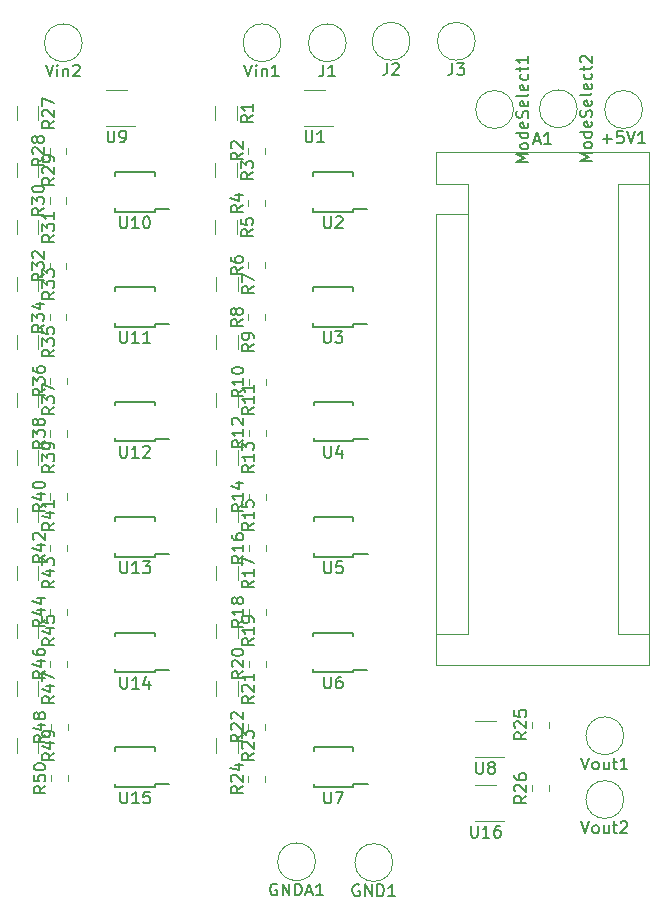
<source format=gbr>
%TF.GenerationSoftware,KiCad,Pcbnew,5.1.6-c6e7f7d~86~ubuntu18.04.1*%
%TF.CreationDate,2020-07-15T12:18:57+12:00*%
%TF.ProjectId,Volume Controller,566f6c75-6d65-4204-936f-6e74726f6c6c,rev?*%
%TF.SameCoordinates,Original*%
%TF.FileFunction,Legend,Top*%
%TF.FilePolarity,Positive*%
%FSLAX46Y46*%
G04 Gerber Fmt 4.6, Leading zero omitted, Abs format (unit mm)*
G04 Created by KiCad (PCBNEW 5.1.6-c6e7f7d~86~ubuntu18.04.1) date 2020-07-15 12:18:57*
%MOMM*%
%LPD*%
G01*
G04 APERTURE LIST*
%ADD10C,0.120000*%
%ADD11C,0.150000*%
G04 APERTURE END LIST*
D10*
%TO.C,A1*%
X187899500Y-57782000D02*
X169859500Y-57782000D01*
X187899500Y-101222000D02*
X187899500Y-57782000D01*
X169859500Y-101222000D02*
X187899500Y-101222000D01*
X172529500Y-98552000D02*
X169859500Y-98552000D01*
X172529500Y-62992000D02*
X172529500Y-98552000D01*
X172529500Y-62992000D02*
X169859500Y-62992000D01*
X185229500Y-98552000D02*
X187899500Y-98552000D01*
X185229500Y-60452000D02*
X185229500Y-98552000D01*
X185229500Y-60452000D02*
X187899500Y-60452000D01*
X169859500Y-57782000D02*
X169859500Y-60452000D01*
X169859500Y-62992000D02*
X169859500Y-101222000D01*
X172529500Y-60452000D02*
X169859500Y-60452000D01*
X172529500Y-62992000D02*
X172529500Y-60452000D01*
%TO.C,R1*%
X151175500Y-53880936D02*
X151175500Y-55085064D01*
X152995500Y-53880936D02*
X152995500Y-55085064D01*
%TO.C,R3*%
X151172500Y-58709936D02*
X151172500Y-59914064D01*
X152992500Y-58709936D02*
X152992500Y-59914064D01*
%TO.C,R5*%
X151172500Y-63535936D02*
X151172500Y-64740064D01*
X152992500Y-63535936D02*
X152992500Y-64740064D01*
%TO.C,R7*%
X151236000Y-68361936D02*
X151236000Y-69566064D01*
X153056000Y-68361936D02*
X153056000Y-69566064D01*
%TO.C,R9*%
X153056000Y-73248436D02*
X153056000Y-74452564D01*
X151236000Y-73248436D02*
X151236000Y-74452564D01*
%TO.C,R11*%
X151236000Y-78137936D02*
X151236000Y-79342064D01*
X153056000Y-78137936D02*
X153056000Y-79342064D01*
%TO.C,R13*%
X153056000Y-83030436D02*
X153056000Y-84234564D01*
X151236000Y-83030436D02*
X151236000Y-84234564D01*
%TO.C,R15*%
X153056000Y-87916936D02*
X153056000Y-89121064D01*
X151236000Y-87916936D02*
X151236000Y-89121064D01*
%TO.C,R17*%
X153056000Y-92809436D02*
X153056000Y-94013564D01*
X151236000Y-92809436D02*
X151236000Y-94013564D01*
%TO.C,R19*%
X153056000Y-97695936D02*
X153056000Y-98900064D01*
X151236000Y-97695936D02*
X151236000Y-98900064D01*
%TO.C,R21*%
X153056000Y-102588436D02*
X153056000Y-103792564D01*
X151236000Y-102588436D02*
X151236000Y-103792564D01*
%TO.C,R23*%
X153056000Y-107414436D02*
X153056000Y-108618564D01*
X151236000Y-107414436D02*
X151236000Y-108618564D01*
%TO.C,U1*%
X158695500Y-55546000D02*
X161125500Y-55546000D01*
X160455500Y-52476000D02*
X158695500Y-52476000D01*
D11*
%TO.C,U2*%
X162815500Y-62825500D02*
X162815500Y-62600500D01*
X159465500Y-62825500D02*
X159465500Y-62525500D01*
X159465500Y-59475500D02*
X159465500Y-59775500D01*
X162815500Y-59475500D02*
X162815500Y-59775500D01*
X162815500Y-62825500D02*
X159465500Y-62825500D01*
X162815500Y-59475500D02*
X159465500Y-59475500D01*
X162815500Y-62600500D02*
X164040500Y-62600500D01*
%TO.C,U3*%
X162797000Y-72316000D02*
X164022000Y-72316000D01*
X162797000Y-69191000D02*
X159447000Y-69191000D01*
X162797000Y-72541000D02*
X159447000Y-72541000D01*
X162797000Y-69191000D02*
X162797000Y-69491000D01*
X159447000Y-69191000D02*
X159447000Y-69491000D01*
X159447000Y-72541000D02*
X159447000Y-72241000D01*
X162797000Y-72541000D02*
X162797000Y-72316000D01*
%TO.C,U4*%
X162838000Y-82031500D02*
X164063000Y-82031500D01*
X162838000Y-78906500D02*
X159488000Y-78906500D01*
X162838000Y-82256500D02*
X159488000Y-82256500D01*
X162838000Y-78906500D02*
X162838000Y-79206500D01*
X159488000Y-78906500D02*
X159488000Y-79206500D01*
X159488000Y-82256500D02*
X159488000Y-81956500D01*
X162838000Y-82256500D02*
X162838000Y-82031500D01*
%TO.C,U5*%
X162838000Y-91810500D02*
X164063000Y-91810500D01*
X162838000Y-88685500D02*
X159488000Y-88685500D01*
X162838000Y-92035500D02*
X159488000Y-92035500D01*
X162838000Y-88685500D02*
X162838000Y-88985500D01*
X159488000Y-88685500D02*
X159488000Y-88985500D01*
X159488000Y-92035500D02*
X159488000Y-91735500D01*
X162838000Y-92035500D02*
X162838000Y-91810500D01*
%TO.C,U6*%
X162815500Y-101806500D02*
X162815500Y-101581500D01*
X159465500Y-101806500D02*
X159465500Y-101506500D01*
X159465500Y-98456500D02*
X159465500Y-98756500D01*
X162815500Y-98456500D02*
X162815500Y-98756500D01*
X162815500Y-101806500D02*
X159465500Y-101806500D01*
X162815500Y-98456500D02*
X159465500Y-98456500D01*
X162815500Y-101581500D02*
X164040500Y-101581500D01*
%TO.C,U7*%
X162838000Y-111530000D02*
X162838000Y-111305000D01*
X159488000Y-111530000D02*
X159488000Y-111230000D01*
X159488000Y-108180000D02*
X159488000Y-108480000D01*
X162838000Y-108180000D02*
X162838000Y-108480000D01*
X162838000Y-111530000D02*
X159488000Y-111530000D01*
X162838000Y-108180000D02*
X159488000Y-108180000D01*
X162838000Y-111305000D02*
X164063000Y-111305000D01*
D10*
%TO.C,U8*%
X174910000Y-105948000D02*
X173150000Y-105948000D01*
X173150000Y-109018000D02*
X175580000Y-109018000D01*
%TO.C,R8*%
X155396000Y-72016578D02*
X155396000Y-71499422D01*
X153976000Y-72016578D02*
X153976000Y-71499422D01*
%TO.C,R10*%
X154039500Y-77489578D02*
X154039500Y-76972422D01*
X155459500Y-77489578D02*
X155459500Y-76972422D01*
%TO.C,R12*%
X154039500Y-81795578D02*
X154039500Y-81278422D01*
X155459500Y-81795578D02*
X155459500Y-81278422D01*
%TO.C,R14*%
X155459500Y-87205078D02*
X155459500Y-86687922D01*
X154039500Y-87205078D02*
X154039500Y-86687922D01*
%TO.C,R16*%
X154039500Y-91574578D02*
X154039500Y-91057422D01*
X155459500Y-91574578D02*
X155459500Y-91057422D01*
%TO.C,R18*%
X154039500Y-96984078D02*
X154039500Y-96466922D01*
X155459500Y-96984078D02*
X155459500Y-96466922D01*
%TO.C,R20*%
X155459500Y-101353578D02*
X155459500Y-100836422D01*
X154039500Y-101353578D02*
X154039500Y-100836422D01*
%TO.C,R22*%
X155396000Y-106699578D02*
X155396000Y-106182422D01*
X153976000Y-106699578D02*
X153976000Y-106182422D01*
%TO.C,R24*%
X153976000Y-111069078D02*
X153976000Y-110551922D01*
X155396000Y-111069078D02*
X155396000Y-110551922D01*
%TO.C,R2*%
X155396000Y-57907578D02*
X155396000Y-57390422D01*
X153976000Y-57907578D02*
X153976000Y-57390422D01*
%TO.C,R4*%
X153976000Y-62364578D02*
X153976000Y-61847422D01*
X155396000Y-62364578D02*
X155396000Y-61847422D01*
%TO.C,R6*%
X153976000Y-67623078D02*
X153976000Y-67105922D01*
X155396000Y-67623078D02*
X155396000Y-67105922D01*
%TO.C,+5V1*%
X187338281Y-54165500D02*
G75*
G03*
X187338281Y-54165500I-1600781J0D01*
G01*
%TO.C,GND1*%
X166192781Y-117919500D02*
G75*
G03*
X166192781Y-117919500I-1600781J0D01*
G01*
%TO.C,GNDA1*%
X159652281Y-117856000D02*
G75*
G03*
X159652281Y-117856000I-1600781J0D01*
G01*
%TO.C,J1*%
X162255781Y-48514000D02*
G75*
G03*
X162255781Y-48514000I-1600781J0D01*
G01*
%TO.C,J2*%
X167653281Y-48387000D02*
G75*
G03*
X167653281Y-48387000I-1600781J0D01*
G01*
%TO.C,J3*%
X173177781Y-48387000D02*
G75*
G03*
X173177781Y-48387000I-1600781J0D01*
G01*
%TO.C,ModeSelect1*%
X176416281Y-54165500D02*
G75*
G03*
X176416281Y-54165500I-1600781J0D01*
G01*
%TO.C,ModeSelect2*%
X181813781Y-54102000D02*
G75*
G03*
X181813781Y-54102000I-1600781J0D01*
G01*
%TO.C,R25*%
X179399000Y-106509078D02*
X179399000Y-105991922D01*
X177979000Y-106509078D02*
X177979000Y-105991922D01*
%TO.C,R26*%
X179399000Y-111891578D02*
X179399000Y-111374422D01*
X177979000Y-111891578D02*
X177979000Y-111374422D01*
%TO.C,R27*%
X134345000Y-53877936D02*
X134345000Y-55082064D01*
X136165000Y-53877936D02*
X136165000Y-55082064D01*
%TO.C,R28*%
X137148500Y-57931578D02*
X137148500Y-57414422D01*
X138568500Y-57931578D02*
X138568500Y-57414422D01*
%TO.C,R29*%
X134345000Y-58709936D02*
X134345000Y-59914064D01*
X136165000Y-58709936D02*
X136165000Y-59914064D01*
%TO.C,R30*%
X138568500Y-62122578D02*
X138568500Y-61605422D01*
X137148500Y-62122578D02*
X137148500Y-61605422D01*
%TO.C,R31*%
X136165000Y-63535936D02*
X136165000Y-64740064D01*
X134345000Y-63535936D02*
X134345000Y-64740064D01*
%TO.C,R32*%
X137148500Y-67680578D02*
X137148500Y-67163422D01*
X138568500Y-67680578D02*
X138568500Y-67163422D01*
%TO.C,R33*%
X136165000Y-68358936D02*
X136165000Y-69563064D01*
X134345000Y-68358936D02*
X134345000Y-69563064D01*
%TO.C,R34*%
X137148500Y-72013578D02*
X137148500Y-71496422D01*
X138568500Y-72013578D02*
X138568500Y-71496422D01*
%TO.C,R35*%
X134345000Y-73248436D02*
X134345000Y-74452564D01*
X136165000Y-73248436D02*
X136165000Y-74452564D01*
%TO.C,R36*%
X138632000Y-77411078D02*
X138632000Y-76893922D01*
X137212000Y-77411078D02*
X137212000Y-76893922D01*
%TO.C,R37*%
X136165000Y-78137936D02*
X136165000Y-79342064D01*
X134345000Y-78137936D02*
X134345000Y-79342064D01*
%TO.C,R38*%
X137212000Y-81856078D02*
X137212000Y-81338922D01*
X138632000Y-81856078D02*
X138632000Y-81338922D01*
%TO.C,R39*%
X134345000Y-83027436D02*
X134345000Y-84231564D01*
X136165000Y-83027436D02*
X136165000Y-84231564D01*
%TO.C,R40*%
X138632000Y-87190078D02*
X138632000Y-86672922D01*
X137212000Y-87190078D02*
X137212000Y-86672922D01*
%TO.C,R41*%
X136165000Y-87919936D02*
X136165000Y-89124064D01*
X134345000Y-87919936D02*
X134345000Y-89124064D01*
%TO.C,R42*%
X137212000Y-91523078D02*
X137212000Y-91005922D01*
X138632000Y-91523078D02*
X138632000Y-91005922D01*
%TO.C,R43*%
X134345000Y-92806436D02*
X134345000Y-94010564D01*
X136165000Y-92806436D02*
X136165000Y-94010564D01*
%TO.C,R44*%
X138632000Y-96969078D02*
X138632000Y-96451922D01*
X137212000Y-96969078D02*
X137212000Y-96451922D01*
%TO.C,R45*%
X134345000Y-97695936D02*
X134345000Y-98900064D01*
X136165000Y-97695936D02*
X136165000Y-98900064D01*
%TO.C,R46*%
X137212000Y-101335578D02*
X137212000Y-100818422D01*
X138632000Y-101335578D02*
X138632000Y-100818422D01*
%TO.C,R47*%
X136165000Y-102585436D02*
X136165000Y-103789564D01*
X134345000Y-102585436D02*
X134345000Y-103789564D01*
%TO.C,R48*%
X138695500Y-106733078D02*
X138695500Y-106215922D01*
X137275500Y-106733078D02*
X137275500Y-106215922D01*
%TO.C,R49*%
X136165000Y-107414436D02*
X136165000Y-108618564D01*
X134345000Y-107414436D02*
X134345000Y-108618564D01*
%TO.C,R50*%
X137275500Y-111051078D02*
X137275500Y-110533922D01*
X138695500Y-111051078D02*
X138695500Y-110533922D01*
%TO.C,U9*%
X141931500Y-55548500D02*
X144361500Y-55548500D01*
X143691500Y-52478500D02*
X141931500Y-52478500D01*
D11*
%TO.C,U10*%
X146033000Y-62600500D02*
X147258000Y-62600500D01*
X146033000Y-59475500D02*
X142683000Y-59475500D01*
X146033000Y-62825500D02*
X142683000Y-62825500D01*
X146033000Y-59475500D02*
X146033000Y-59775500D01*
X142683000Y-59475500D02*
X142683000Y-59775500D01*
X142683000Y-62825500D02*
X142683000Y-62525500D01*
X146033000Y-62825500D02*
X146033000Y-62600500D01*
%TO.C,U11*%
X146033000Y-72541000D02*
X146033000Y-72316000D01*
X142683000Y-72541000D02*
X142683000Y-72241000D01*
X142683000Y-69191000D02*
X142683000Y-69491000D01*
X146033000Y-69191000D02*
X146033000Y-69491000D01*
X146033000Y-72541000D02*
X142683000Y-72541000D01*
X146033000Y-69191000D02*
X142683000Y-69191000D01*
X146033000Y-72316000D02*
X147258000Y-72316000D01*
%TO.C,U12*%
X146033000Y-82031500D02*
X147258000Y-82031500D01*
X146033000Y-78906500D02*
X142683000Y-78906500D01*
X146033000Y-82256500D02*
X142683000Y-82256500D01*
X146033000Y-78906500D02*
X146033000Y-79206500D01*
X142683000Y-78906500D02*
X142683000Y-79206500D01*
X142683000Y-82256500D02*
X142683000Y-81956500D01*
X146033000Y-82256500D02*
X146033000Y-82031500D01*
%TO.C,U13*%
X146051500Y-91810500D02*
X147276500Y-91810500D01*
X146051500Y-88685500D02*
X142701500Y-88685500D01*
X146051500Y-92035500D02*
X142701500Y-92035500D01*
X146051500Y-88685500D02*
X146051500Y-88985500D01*
X142701500Y-88685500D02*
X142701500Y-88985500D01*
X142701500Y-92035500D02*
X142701500Y-91735500D01*
X146051500Y-92035500D02*
X146051500Y-91810500D01*
%TO.C,U14*%
X146051500Y-101814500D02*
X146051500Y-101589500D01*
X142701500Y-101814500D02*
X142701500Y-101514500D01*
X142701500Y-98464500D02*
X142701500Y-98764500D01*
X146051500Y-98464500D02*
X146051500Y-98764500D01*
X146051500Y-101814500D02*
X142701500Y-101814500D01*
X146051500Y-98464500D02*
X142701500Y-98464500D01*
X146051500Y-101589500D02*
X147276500Y-101589500D01*
%TO.C,U15*%
X146051500Y-111530000D02*
X146051500Y-111305000D01*
X142701500Y-111530000D02*
X142701500Y-111230000D01*
X142701500Y-108180000D02*
X142701500Y-108480000D01*
X146051500Y-108180000D02*
X146051500Y-108480000D01*
X146051500Y-111530000D02*
X142701500Y-111530000D01*
X146051500Y-108180000D02*
X142701500Y-108180000D01*
X146051500Y-111305000D02*
X147276500Y-111305000D01*
D10*
%TO.C,U16*%
X174933500Y-111343000D02*
X173173500Y-111343000D01*
X173173500Y-114413000D02*
X175603500Y-114413000D01*
%TO.C,Vin1*%
X156731281Y-48514000D02*
G75*
G03*
X156731281Y-48514000I-1600781J0D01*
G01*
%TO.C,Vin2*%
X139903781Y-48514000D02*
G75*
G03*
X139903781Y-48514000I-1600781J0D01*
G01*
%TO.C,Vout1*%
X185750781Y-107188000D02*
G75*
G03*
X185750781Y-107188000I-1600781J0D01*
G01*
%TO.C,Vout2*%
X185750781Y-112585500D02*
G75*
G03*
X185750781Y-112585500I-1600781J0D01*
G01*
%TO.C,A1*%
D11*
X178165214Y-56808666D02*
X178641404Y-56808666D01*
X178069976Y-57094380D02*
X178403309Y-56094380D01*
X178736642Y-57094380D01*
X179593785Y-57094380D02*
X179022357Y-57094380D01*
X179308071Y-57094380D02*
X179308071Y-56094380D01*
X179212833Y-56237238D01*
X179117595Y-56332476D01*
X179022357Y-56380095D01*
%TO.C,R1*%
X154357880Y-54649666D02*
X153881690Y-54983000D01*
X154357880Y-55221095D02*
X153357880Y-55221095D01*
X153357880Y-54840142D01*
X153405500Y-54744904D01*
X153453119Y-54697285D01*
X153548357Y-54649666D01*
X153691214Y-54649666D01*
X153786452Y-54697285D01*
X153834071Y-54744904D01*
X153881690Y-54840142D01*
X153881690Y-55221095D01*
X154357880Y-53697285D02*
X154357880Y-54268714D01*
X154357880Y-53983000D02*
X153357880Y-53983000D01*
X153500738Y-54078238D01*
X153595976Y-54173476D01*
X153643595Y-54268714D01*
%TO.C,R3*%
X154354880Y-59478666D02*
X153878690Y-59812000D01*
X154354880Y-60050095D02*
X153354880Y-60050095D01*
X153354880Y-59669142D01*
X153402500Y-59573904D01*
X153450119Y-59526285D01*
X153545357Y-59478666D01*
X153688214Y-59478666D01*
X153783452Y-59526285D01*
X153831071Y-59573904D01*
X153878690Y-59669142D01*
X153878690Y-60050095D01*
X153354880Y-59145333D02*
X153354880Y-58526285D01*
X153735833Y-58859619D01*
X153735833Y-58716761D01*
X153783452Y-58621523D01*
X153831071Y-58573904D01*
X153926309Y-58526285D01*
X154164404Y-58526285D01*
X154259642Y-58573904D01*
X154307261Y-58621523D01*
X154354880Y-58716761D01*
X154354880Y-59002476D01*
X154307261Y-59097714D01*
X154259642Y-59145333D01*
%TO.C,R5*%
X154354880Y-64304666D02*
X153878690Y-64638000D01*
X154354880Y-64876095D02*
X153354880Y-64876095D01*
X153354880Y-64495142D01*
X153402500Y-64399904D01*
X153450119Y-64352285D01*
X153545357Y-64304666D01*
X153688214Y-64304666D01*
X153783452Y-64352285D01*
X153831071Y-64399904D01*
X153878690Y-64495142D01*
X153878690Y-64876095D01*
X153354880Y-63399904D02*
X153354880Y-63876095D01*
X153831071Y-63923714D01*
X153783452Y-63876095D01*
X153735833Y-63780857D01*
X153735833Y-63542761D01*
X153783452Y-63447523D01*
X153831071Y-63399904D01*
X153926309Y-63352285D01*
X154164404Y-63352285D01*
X154259642Y-63399904D01*
X154307261Y-63447523D01*
X154354880Y-63542761D01*
X154354880Y-63780857D01*
X154307261Y-63876095D01*
X154259642Y-63923714D01*
%TO.C,R7*%
X154418380Y-69130666D02*
X153942190Y-69464000D01*
X154418380Y-69702095D02*
X153418380Y-69702095D01*
X153418380Y-69321142D01*
X153466000Y-69225904D01*
X153513619Y-69178285D01*
X153608857Y-69130666D01*
X153751714Y-69130666D01*
X153846952Y-69178285D01*
X153894571Y-69225904D01*
X153942190Y-69321142D01*
X153942190Y-69702095D01*
X153418380Y-68797333D02*
X153418380Y-68130666D01*
X154418380Y-68559238D01*
%TO.C,R9*%
X154418380Y-74017166D02*
X153942190Y-74350500D01*
X154418380Y-74588595D02*
X153418380Y-74588595D01*
X153418380Y-74207642D01*
X153466000Y-74112404D01*
X153513619Y-74064785D01*
X153608857Y-74017166D01*
X153751714Y-74017166D01*
X153846952Y-74064785D01*
X153894571Y-74112404D01*
X153942190Y-74207642D01*
X153942190Y-74588595D01*
X154418380Y-73540976D02*
X154418380Y-73350500D01*
X154370761Y-73255261D01*
X154323142Y-73207642D01*
X154180285Y-73112404D01*
X153989809Y-73064785D01*
X153608857Y-73064785D01*
X153513619Y-73112404D01*
X153466000Y-73160023D01*
X153418380Y-73255261D01*
X153418380Y-73445738D01*
X153466000Y-73540976D01*
X153513619Y-73588595D01*
X153608857Y-73636214D01*
X153846952Y-73636214D01*
X153942190Y-73588595D01*
X153989809Y-73540976D01*
X154037428Y-73445738D01*
X154037428Y-73255261D01*
X153989809Y-73160023D01*
X153942190Y-73112404D01*
X153846952Y-73064785D01*
%TO.C,R11*%
X154418380Y-79382857D02*
X153942190Y-79716190D01*
X154418380Y-79954285D02*
X153418380Y-79954285D01*
X153418380Y-79573333D01*
X153466000Y-79478095D01*
X153513619Y-79430476D01*
X153608857Y-79382857D01*
X153751714Y-79382857D01*
X153846952Y-79430476D01*
X153894571Y-79478095D01*
X153942190Y-79573333D01*
X153942190Y-79954285D01*
X154418380Y-78430476D02*
X154418380Y-79001904D01*
X154418380Y-78716190D02*
X153418380Y-78716190D01*
X153561238Y-78811428D01*
X153656476Y-78906666D01*
X153704095Y-79001904D01*
X154418380Y-77478095D02*
X154418380Y-78049523D01*
X154418380Y-77763809D02*
X153418380Y-77763809D01*
X153561238Y-77859047D01*
X153656476Y-77954285D01*
X153704095Y-78049523D01*
%TO.C,R13*%
X154418380Y-84275357D02*
X153942190Y-84608690D01*
X154418380Y-84846785D02*
X153418380Y-84846785D01*
X153418380Y-84465833D01*
X153466000Y-84370595D01*
X153513619Y-84322976D01*
X153608857Y-84275357D01*
X153751714Y-84275357D01*
X153846952Y-84322976D01*
X153894571Y-84370595D01*
X153942190Y-84465833D01*
X153942190Y-84846785D01*
X154418380Y-83322976D02*
X154418380Y-83894404D01*
X154418380Y-83608690D02*
X153418380Y-83608690D01*
X153561238Y-83703928D01*
X153656476Y-83799166D01*
X153704095Y-83894404D01*
X153418380Y-82989642D02*
X153418380Y-82370595D01*
X153799333Y-82703928D01*
X153799333Y-82561071D01*
X153846952Y-82465833D01*
X153894571Y-82418214D01*
X153989809Y-82370595D01*
X154227904Y-82370595D01*
X154323142Y-82418214D01*
X154370761Y-82465833D01*
X154418380Y-82561071D01*
X154418380Y-82846785D01*
X154370761Y-82942023D01*
X154323142Y-82989642D01*
%TO.C,R15*%
X154418380Y-89161857D02*
X153942190Y-89495190D01*
X154418380Y-89733285D02*
X153418380Y-89733285D01*
X153418380Y-89352333D01*
X153466000Y-89257095D01*
X153513619Y-89209476D01*
X153608857Y-89161857D01*
X153751714Y-89161857D01*
X153846952Y-89209476D01*
X153894571Y-89257095D01*
X153942190Y-89352333D01*
X153942190Y-89733285D01*
X154418380Y-88209476D02*
X154418380Y-88780904D01*
X154418380Y-88495190D02*
X153418380Y-88495190D01*
X153561238Y-88590428D01*
X153656476Y-88685666D01*
X153704095Y-88780904D01*
X153418380Y-87304714D02*
X153418380Y-87780904D01*
X153894571Y-87828523D01*
X153846952Y-87780904D01*
X153799333Y-87685666D01*
X153799333Y-87447571D01*
X153846952Y-87352333D01*
X153894571Y-87304714D01*
X153989809Y-87257095D01*
X154227904Y-87257095D01*
X154323142Y-87304714D01*
X154370761Y-87352333D01*
X154418380Y-87447571D01*
X154418380Y-87685666D01*
X154370761Y-87780904D01*
X154323142Y-87828523D01*
%TO.C,R17*%
X154418380Y-94054357D02*
X153942190Y-94387690D01*
X154418380Y-94625785D02*
X153418380Y-94625785D01*
X153418380Y-94244833D01*
X153466000Y-94149595D01*
X153513619Y-94101976D01*
X153608857Y-94054357D01*
X153751714Y-94054357D01*
X153846952Y-94101976D01*
X153894571Y-94149595D01*
X153942190Y-94244833D01*
X153942190Y-94625785D01*
X154418380Y-93101976D02*
X154418380Y-93673404D01*
X154418380Y-93387690D02*
X153418380Y-93387690D01*
X153561238Y-93482928D01*
X153656476Y-93578166D01*
X153704095Y-93673404D01*
X153418380Y-92768642D02*
X153418380Y-92101976D01*
X154418380Y-92530547D01*
%TO.C,R19*%
X154418380Y-98940857D02*
X153942190Y-99274190D01*
X154418380Y-99512285D02*
X153418380Y-99512285D01*
X153418380Y-99131333D01*
X153466000Y-99036095D01*
X153513619Y-98988476D01*
X153608857Y-98940857D01*
X153751714Y-98940857D01*
X153846952Y-98988476D01*
X153894571Y-99036095D01*
X153942190Y-99131333D01*
X153942190Y-99512285D01*
X154418380Y-97988476D02*
X154418380Y-98559904D01*
X154418380Y-98274190D02*
X153418380Y-98274190D01*
X153561238Y-98369428D01*
X153656476Y-98464666D01*
X153704095Y-98559904D01*
X154418380Y-97512285D02*
X154418380Y-97321809D01*
X154370761Y-97226571D01*
X154323142Y-97178952D01*
X154180285Y-97083714D01*
X153989809Y-97036095D01*
X153608857Y-97036095D01*
X153513619Y-97083714D01*
X153466000Y-97131333D01*
X153418380Y-97226571D01*
X153418380Y-97417047D01*
X153466000Y-97512285D01*
X153513619Y-97559904D01*
X153608857Y-97607523D01*
X153846952Y-97607523D01*
X153942190Y-97559904D01*
X153989809Y-97512285D01*
X154037428Y-97417047D01*
X154037428Y-97226571D01*
X153989809Y-97131333D01*
X153942190Y-97083714D01*
X153846952Y-97036095D01*
%TO.C,R21*%
X154418380Y-103833357D02*
X153942190Y-104166690D01*
X154418380Y-104404785D02*
X153418380Y-104404785D01*
X153418380Y-104023833D01*
X153466000Y-103928595D01*
X153513619Y-103880976D01*
X153608857Y-103833357D01*
X153751714Y-103833357D01*
X153846952Y-103880976D01*
X153894571Y-103928595D01*
X153942190Y-104023833D01*
X153942190Y-104404785D01*
X153513619Y-103452404D02*
X153466000Y-103404785D01*
X153418380Y-103309547D01*
X153418380Y-103071452D01*
X153466000Y-102976214D01*
X153513619Y-102928595D01*
X153608857Y-102880976D01*
X153704095Y-102880976D01*
X153846952Y-102928595D01*
X154418380Y-103500023D01*
X154418380Y-102880976D01*
X154418380Y-101928595D02*
X154418380Y-102500023D01*
X154418380Y-102214309D02*
X153418380Y-102214309D01*
X153561238Y-102309547D01*
X153656476Y-102404785D01*
X153704095Y-102500023D01*
%TO.C,R23*%
X154418380Y-108659357D02*
X153942190Y-108992690D01*
X154418380Y-109230785D02*
X153418380Y-109230785D01*
X153418380Y-108849833D01*
X153466000Y-108754595D01*
X153513619Y-108706976D01*
X153608857Y-108659357D01*
X153751714Y-108659357D01*
X153846952Y-108706976D01*
X153894571Y-108754595D01*
X153942190Y-108849833D01*
X153942190Y-109230785D01*
X153513619Y-108278404D02*
X153466000Y-108230785D01*
X153418380Y-108135547D01*
X153418380Y-107897452D01*
X153466000Y-107802214D01*
X153513619Y-107754595D01*
X153608857Y-107706976D01*
X153704095Y-107706976D01*
X153846952Y-107754595D01*
X154418380Y-108326023D01*
X154418380Y-107706976D01*
X153418380Y-107373642D02*
X153418380Y-106754595D01*
X153799333Y-107087928D01*
X153799333Y-106945071D01*
X153846952Y-106849833D01*
X153894571Y-106802214D01*
X153989809Y-106754595D01*
X154227904Y-106754595D01*
X154323142Y-106802214D01*
X154370761Y-106849833D01*
X154418380Y-106945071D01*
X154418380Y-107230785D01*
X154370761Y-107326023D01*
X154323142Y-107373642D01*
%TO.C,U1*%
X158813595Y-55938380D02*
X158813595Y-56747904D01*
X158861214Y-56843142D01*
X158908833Y-56890761D01*
X159004071Y-56938380D01*
X159194547Y-56938380D01*
X159289785Y-56890761D01*
X159337404Y-56843142D01*
X159385023Y-56747904D01*
X159385023Y-55938380D01*
X160385023Y-56938380D02*
X159813595Y-56938380D01*
X160099309Y-56938380D02*
X160099309Y-55938380D01*
X160004071Y-56081238D01*
X159908833Y-56176476D01*
X159813595Y-56224095D01*
%TO.C,U2*%
X160378595Y-63202880D02*
X160378595Y-64012404D01*
X160426214Y-64107642D01*
X160473833Y-64155261D01*
X160569071Y-64202880D01*
X160759547Y-64202880D01*
X160854785Y-64155261D01*
X160902404Y-64107642D01*
X160950023Y-64012404D01*
X160950023Y-63202880D01*
X161378595Y-63298119D02*
X161426214Y-63250500D01*
X161521452Y-63202880D01*
X161759547Y-63202880D01*
X161854785Y-63250500D01*
X161902404Y-63298119D01*
X161950023Y-63393357D01*
X161950023Y-63488595D01*
X161902404Y-63631452D01*
X161330976Y-64202880D01*
X161950023Y-64202880D01*
%TO.C,U3*%
X160360095Y-72918380D02*
X160360095Y-73727904D01*
X160407714Y-73823142D01*
X160455333Y-73870761D01*
X160550571Y-73918380D01*
X160741047Y-73918380D01*
X160836285Y-73870761D01*
X160883904Y-73823142D01*
X160931523Y-73727904D01*
X160931523Y-72918380D01*
X161312476Y-72918380D02*
X161931523Y-72918380D01*
X161598190Y-73299333D01*
X161741047Y-73299333D01*
X161836285Y-73346952D01*
X161883904Y-73394571D01*
X161931523Y-73489809D01*
X161931523Y-73727904D01*
X161883904Y-73823142D01*
X161836285Y-73870761D01*
X161741047Y-73918380D01*
X161455333Y-73918380D01*
X161360095Y-73870761D01*
X161312476Y-73823142D01*
%TO.C,U4*%
X160401095Y-82633880D02*
X160401095Y-83443404D01*
X160448714Y-83538642D01*
X160496333Y-83586261D01*
X160591571Y-83633880D01*
X160782047Y-83633880D01*
X160877285Y-83586261D01*
X160924904Y-83538642D01*
X160972523Y-83443404D01*
X160972523Y-82633880D01*
X161877285Y-82967214D02*
X161877285Y-83633880D01*
X161639190Y-82586261D02*
X161401095Y-83300547D01*
X162020142Y-83300547D01*
%TO.C,U5*%
X160401095Y-92412880D02*
X160401095Y-93222404D01*
X160448714Y-93317642D01*
X160496333Y-93365261D01*
X160591571Y-93412880D01*
X160782047Y-93412880D01*
X160877285Y-93365261D01*
X160924904Y-93317642D01*
X160972523Y-93222404D01*
X160972523Y-92412880D01*
X161924904Y-92412880D02*
X161448714Y-92412880D01*
X161401095Y-92889071D01*
X161448714Y-92841452D01*
X161543952Y-92793833D01*
X161782047Y-92793833D01*
X161877285Y-92841452D01*
X161924904Y-92889071D01*
X161972523Y-92984309D01*
X161972523Y-93222404D01*
X161924904Y-93317642D01*
X161877285Y-93365261D01*
X161782047Y-93412880D01*
X161543952Y-93412880D01*
X161448714Y-93365261D01*
X161401095Y-93317642D01*
%TO.C,U6*%
X160378595Y-102183880D02*
X160378595Y-102993404D01*
X160426214Y-103088642D01*
X160473833Y-103136261D01*
X160569071Y-103183880D01*
X160759547Y-103183880D01*
X160854785Y-103136261D01*
X160902404Y-103088642D01*
X160950023Y-102993404D01*
X160950023Y-102183880D01*
X161854785Y-102183880D02*
X161664309Y-102183880D01*
X161569071Y-102231500D01*
X161521452Y-102279119D01*
X161426214Y-102421976D01*
X161378595Y-102612452D01*
X161378595Y-102993404D01*
X161426214Y-103088642D01*
X161473833Y-103136261D01*
X161569071Y-103183880D01*
X161759547Y-103183880D01*
X161854785Y-103136261D01*
X161902404Y-103088642D01*
X161950023Y-102993404D01*
X161950023Y-102755309D01*
X161902404Y-102660071D01*
X161854785Y-102612452D01*
X161759547Y-102564833D01*
X161569071Y-102564833D01*
X161473833Y-102612452D01*
X161426214Y-102660071D01*
X161378595Y-102755309D01*
%TO.C,U7*%
X160401095Y-111907380D02*
X160401095Y-112716904D01*
X160448714Y-112812142D01*
X160496333Y-112859761D01*
X160591571Y-112907380D01*
X160782047Y-112907380D01*
X160877285Y-112859761D01*
X160924904Y-112812142D01*
X160972523Y-112716904D01*
X160972523Y-111907380D01*
X161353476Y-111907380D02*
X162020142Y-111907380D01*
X161591571Y-112907380D01*
%TO.C,U8*%
X173268095Y-109410380D02*
X173268095Y-110219904D01*
X173315714Y-110315142D01*
X173363333Y-110362761D01*
X173458571Y-110410380D01*
X173649047Y-110410380D01*
X173744285Y-110362761D01*
X173791904Y-110315142D01*
X173839523Y-110219904D01*
X173839523Y-109410380D01*
X174458571Y-109838952D02*
X174363333Y-109791333D01*
X174315714Y-109743714D01*
X174268095Y-109648476D01*
X174268095Y-109600857D01*
X174315714Y-109505619D01*
X174363333Y-109458000D01*
X174458571Y-109410380D01*
X174649047Y-109410380D01*
X174744285Y-109458000D01*
X174791904Y-109505619D01*
X174839523Y-109600857D01*
X174839523Y-109648476D01*
X174791904Y-109743714D01*
X174744285Y-109791333D01*
X174649047Y-109838952D01*
X174458571Y-109838952D01*
X174363333Y-109886571D01*
X174315714Y-109934190D01*
X174268095Y-110029428D01*
X174268095Y-110219904D01*
X174315714Y-110315142D01*
X174363333Y-110362761D01*
X174458571Y-110410380D01*
X174649047Y-110410380D01*
X174744285Y-110362761D01*
X174791904Y-110315142D01*
X174839523Y-110219904D01*
X174839523Y-110029428D01*
X174791904Y-109934190D01*
X174744285Y-109886571D01*
X174649047Y-109838952D01*
%TO.C,R8*%
X153488380Y-71924666D02*
X153012190Y-72258000D01*
X153488380Y-72496095D02*
X152488380Y-72496095D01*
X152488380Y-72115142D01*
X152536000Y-72019904D01*
X152583619Y-71972285D01*
X152678857Y-71924666D01*
X152821714Y-71924666D01*
X152916952Y-71972285D01*
X152964571Y-72019904D01*
X153012190Y-72115142D01*
X153012190Y-72496095D01*
X152916952Y-71353238D02*
X152869333Y-71448476D01*
X152821714Y-71496095D01*
X152726476Y-71543714D01*
X152678857Y-71543714D01*
X152583619Y-71496095D01*
X152536000Y-71448476D01*
X152488380Y-71353238D01*
X152488380Y-71162761D01*
X152536000Y-71067523D01*
X152583619Y-71019904D01*
X152678857Y-70972285D01*
X152726476Y-70972285D01*
X152821714Y-71019904D01*
X152869333Y-71067523D01*
X152916952Y-71162761D01*
X152916952Y-71353238D01*
X152964571Y-71448476D01*
X153012190Y-71496095D01*
X153107428Y-71543714D01*
X153297904Y-71543714D01*
X153393142Y-71496095D01*
X153440761Y-71448476D01*
X153488380Y-71353238D01*
X153488380Y-71162761D01*
X153440761Y-71067523D01*
X153393142Y-71019904D01*
X153297904Y-70972285D01*
X153107428Y-70972285D01*
X153012190Y-71019904D01*
X152964571Y-71067523D01*
X152916952Y-71162761D01*
%TO.C,R10*%
X153551880Y-77873857D02*
X153075690Y-78207190D01*
X153551880Y-78445285D02*
X152551880Y-78445285D01*
X152551880Y-78064333D01*
X152599500Y-77969095D01*
X152647119Y-77921476D01*
X152742357Y-77873857D01*
X152885214Y-77873857D01*
X152980452Y-77921476D01*
X153028071Y-77969095D01*
X153075690Y-78064333D01*
X153075690Y-78445285D01*
X153551880Y-76921476D02*
X153551880Y-77492904D01*
X153551880Y-77207190D02*
X152551880Y-77207190D01*
X152694738Y-77302428D01*
X152789976Y-77397666D01*
X152837595Y-77492904D01*
X152551880Y-76302428D02*
X152551880Y-76207190D01*
X152599500Y-76111952D01*
X152647119Y-76064333D01*
X152742357Y-76016714D01*
X152932833Y-75969095D01*
X153170928Y-75969095D01*
X153361404Y-76016714D01*
X153456642Y-76064333D01*
X153504261Y-76111952D01*
X153551880Y-76207190D01*
X153551880Y-76302428D01*
X153504261Y-76397666D01*
X153456642Y-76445285D01*
X153361404Y-76492904D01*
X153170928Y-76540523D01*
X152932833Y-76540523D01*
X152742357Y-76492904D01*
X152647119Y-76445285D01*
X152599500Y-76397666D01*
X152551880Y-76302428D01*
%TO.C,R12*%
X153551880Y-82179857D02*
X153075690Y-82513190D01*
X153551880Y-82751285D02*
X152551880Y-82751285D01*
X152551880Y-82370333D01*
X152599500Y-82275095D01*
X152647119Y-82227476D01*
X152742357Y-82179857D01*
X152885214Y-82179857D01*
X152980452Y-82227476D01*
X153028071Y-82275095D01*
X153075690Y-82370333D01*
X153075690Y-82751285D01*
X153551880Y-81227476D02*
X153551880Y-81798904D01*
X153551880Y-81513190D02*
X152551880Y-81513190D01*
X152694738Y-81608428D01*
X152789976Y-81703666D01*
X152837595Y-81798904D01*
X152647119Y-80846523D02*
X152599500Y-80798904D01*
X152551880Y-80703666D01*
X152551880Y-80465571D01*
X152599500Y-80370333D01*
X152647119Y-80322714D01*
X152742357Y-80275095D01*
X152837595Y-80275095D01*
X152980452Y-80322714D01*
X153551880Y-80894142D01*
X153551880Y-80275095D01*
%TO.C,R14*%
X153551880Y-87589357D02*
X153075690Y-87922690D01*
X153551880Y-88160785D02*
X152551880Y-88160785D01*
X152551880Y-87779833D01*
X152599500Y-87684595D01*
X152647119Y-87636976D01*
X152742357Y-87589357D01*
X152885214Y-87589357D01*
X152980452Y-87636976D01*
X153028071Y-87684595D01*
X153075690Y-87779833D01*
X153075690Y-88160785D01*
X153551880Y-86636976D02*
X153551880Y-87208404D01*
X153551880Y-86922690D02*
X152551880Y-86922690D01*
X152694738Y-87017928D01*
X152789976Y-87113166D01*
X152837595Y-87208404D01*
X152885214Y-85779833D02*
X153551880Y-85779833D01*
X152504261Y-86017928D02*
X153218547Y-86256023D01*
X153218547Y-85636976D01*
%TO.C,R16*%
X153551880Y-91958857D02*
X153075690Y-92292190D01*
X153551880Y-92530285D02*
X152551880Y-92530285D01*
X152551880Y-92149333D01*
X152599500Y-92054095D01*
X152647119Y-92006476D01*
X152742357Y-91958857D01*
X152885214Y-91958857D01*
X152980452Y-92006476D01*
X153028071Y-92054095D01*
X153075690Y-92149333D01*
X153075690Y-92530285D01*
X153551880Y-91006476D02*
X153551880Y-91577904D01*
X153551880Y-91292190D02*
X152551880Y-91292190D01*
X152694738Y-91387428D01*
X152789976Y-91482666D01*
X152837595Y-91577904D01*
X152551880Y-90149333D02*
X152551880Y-90339809D01*
X152599500Y-90435047D01*
X152647119Y-90482666D01*
X152789976Y-90577904D01*
X152980452Y-90625523D01*
X153361404Y-90625523D01*
X153456642Y-90577904D01*
X153504261Y-90530285D01*
X153551880Y-90435047D01*
X153551880Y-90244571D01*
X153504261Y-90149333D01*
X153456642Y-90101714D01*
X153361404Y-90054095D01*
X153123309Y-90054095D01*
X153028071Y-90101714D01*
X152980452Y-90149333D01*
X152932833Y-90244571D01*
X152932833Y-90435047D01*
X152980452Y-90530285D01*
X153028071Y-90577904D01*
X153123309Y-90625523D01*
%TO.C,R18*%
X153551880Y-97368357D02*
X153075690Y-97701690D01*
X153551880Y-97939785D02*
X152551880Y-97939785D01*
X152551880Y-97558833D01*
X152599500Y-97463595D01*
X152647119Y-97415976D01*
X152742357Y-97368357D01*
X152885214Y-97368357D01*
X152980452Y-97415976D01*
X153028071Y-97463595D01*
X153075690Y-97558833D01*
X153075690Y-97939785D01*
X153551880Y-96415976D02*
X153551880Y-96987404D01*
X153551880Y-96701690D02*
X152551880Y-96701690D01*
X152694738Y-96796928D01*
X152789976Y-96892166D01*
X152837595Y-96987404D01*
X152980452Y-95844547D02*
X152932833Y-95939785D01*
X152885214Y-95987404D01*
X152789976Y-96035023D01*
X152742357Y-96035023D01*
X152647119Y-95987404D01*
X152599500Y-95939785D01*
X152551880Y-95844547D01*
X152551880Y-95654071D01*
X152599500Y-95558833D01*
X152647119Y-95511214D01*
X152742357Y-95463595D01*
X152789976Y-95463595D01*
X152885214Y-95511214D01*
X152932833Y-95558833D01*
X152980452Y-95654071D01*
X152980452Y-95844547D01*
X153028071Y-95939785D01*
X153075690Y-95987404D01*
X153170928Y-96035023D01*
X153361404Y-96035023D01*
X153456642Y-95987404D01*
X153504261Y-95939785D01*
X153551880Y-95844547D01*
X153551880Y-95654071D01*
X153504261Y-95558833D01*
X153456642Y-95511214D01*
X153361404Y-95463595D01*
X153170928Y-95463595D01*
X153075690Y-95511214D01*
X153028071Y-95558833D01*
X152980452Y-95654071D01*
%TO.C,R20*%
X153551880Y-101737857D02*
X153075690Y-102071190D01*
X153551880Y-102309285D02*
X152551880Y-102309285D01*
X152551880Y-101928333D01*
X152599500Y-101833095D01*
X152647119Y-101785476D01*
X152742357Y-101737857D01*
X152885214Y-101737857D01*
X152980452Y-101785476D01*
X153028071Y-101833095D01*
X153075690Y-101928333D01*
X153075690Y-102309285D01*
X152647119Y-101356904D02*
X152599500Y-101309285D01*
X152551880Y-101214047D01*
X152551880Y-100975952D01*
X152599500Y-100880714D01*
X152647119Y-100833095D01*
X152742357Y-100785476D01*
X152837595Y-100785476D01*
X152980452Y-100833095D01*
X153551880Y-101404523D01*
X153551880Y-100785476D01*
X152551880Y-100166428D02*
X152551880Y-100071190D01*
X152599500Y-99975952D01*
X152647119Y-99928333D01*
X152742357Y-99880714D01*
X152932833Y-99833095D01*
X153170928Y-99833095D01*
X153361404Y-99880714D01*
X153456642Y-99928333D01*
X153504261Y-99975952D01*
X153551880Y-100071190D01*
X153551880Y-100166428D01*
X153504261Y-100261666D01*
X153456642Y-100309285D01*
X153361404Y-100356904D01*
X153170928Y-100404523D01*
X152932833Y-100404523D01*
X152742357Y-100356904D01*
X152647119Y-100309285D01*
X152599500Y-100261666D01*
X152551880Y-100166428D01*
%TO.C,R22*%
X153488380Y-107083857D02*
X153012190Y-107417190D01*
X153488380Y-107655285D02*
X152488380Y-107655285D01*
X152488380Y-107274333D01*
X152536000Y-107179095D01*
X152583619Y-107131476D01*
X152678857Y-107083857D01*
X152821714Y-107083857D01*
X152916952Y-107131476D01*
X152964571Y-107179095D01*
X153012190Y-107274333D01*
X153012190Y-107655285D01*
X152583619Y-106702904D02*
X152536000Y-106655285D01*
X152488380Y-106560047D01*
X152488380Y-106321952D01*
X152536000Y-106226714D01*
X152583619Y-106179095D01*
X152678857Y-106131476D01*
X152774095Y-106131476D01*
X152916952Y-106179095D01*
X153488380Y-106750523D01*
X153488380Y-106131476D01*
X152583619Y-105750523D02*
X152536000Y-105702904D01*
X152488380Y-105607666D01*
X152488380Y-105369571D01*
X152536000Y-105274333D01*
X152583619Y-105226714D01*
X152678857Y-105179095D01*
X152774095Y-105179095D01*
X152916952Y-105226714D01*
X153488380Y-105798142D01*
X153488380Y-105179095D01*
%TO.C,R24*%
X153488380Y-111453357D02*
X153012190Y-111786690D01*
X153488380Y-112024785D02*
X152488380Y-112024785D01*
X152488380Y-111643833D01*
X152536000Y-111548595D01*
X152583619Y-111500976D01*
X152678857Y-111453357D01*
X152821714Y-111453357D01*
X152916952Y-111500976D01*
X152964571Y-111548595D01*
X153012190Y-111643833D01*
X153012190Y-112024785D01*
X152583619Y-111072404D02*
X152536000Y-111024785D01*
X152488380Y-110929547D01*
X152488380Y-110691452D01*
X152536000Y-110596214D01*
X152583619Y-110548595D01*
X152678857Y-110500976D01*
X152774095Y-110500976D01*
X152916952Y-110548595D01*
X153488380Y-111120023D01*
X153488380Y-110500976D01*
X152821714Y-109643833D02*
X153488380Y-109643833D01*
X152440761Y-109881928D02*
X153155047Y-110120023D01*
X153155047Y-109500976D01*
%TO.C,R2*%
X153488380Y-57815666D02*
X153012190Y-58149000D01*
X153488380Y-58387095D02*
X152488380Y-58387095D01*
X152488380Y-58006142D01*
X152536000Y-57910904D01*
X152583619Y-57863285D01*
X152678857Y-57815666D01*
X152821714Y-57815666D01*
X152916952Y-57863285D01*
X152964571Y-57910904D01*
X153012190Y-58006142D01*
X153012190Y-58387095D01*
X152583619Y-57434714D02*
X152536000Y-57387095D01*
X152488380Y-57291857D01*
X152488380Y-57053761D01*
X152536000Y-56958523D01*
X152583619Y-56910904D01*
X152678857Y-56863285D01*
X152774095Y-56863285D01*
X152916952Y-56910904D01*
X153488380Y-57482333D01*
X153488380Y-56863285D01*
%TO.C,R4*%
X153488380Y-62272666D02*
X153012190Y-62606000D01*
X153488380Y-62844095D02*
X152488380Y-62844095D01*
X152488380Y-62463142D01*
X152536000Y-62367904D01*
X152583619Y-62320285D01*
X152678857Y-62272666D01*
X152821714Y-62272666D01*
X152916952Y-62320285D01*
X152964571Y-62367904D01*
X153012190Y-62463142D01*
X153012190Y-62844095D01*
X152821714Y-61415523D02*
X153488380Y-61415523D01*
X152440761Y-61653619D02*
X153155047Y-61891714D01*
X153155047Y-61272666D01*
%TO.C,R6*%
X153488380Y-67531166D02*
X153012190Y-67864500D01*
X153488380Y-68102595D02*
X152488380Y-68102595D01*
X152488380Y-67721642D01*
X152536000Y-67626404D01*
X152583619Y-67578785D01*
X152678857Y-67531166D01*
X152821714Y-67531166D01*
X152916952Y-67578785D01*
X152964571Y-67626404D01*
X153012190Y-67721642D01*
X153012190Y-68102595D01*
X152488380Y-66674023D02*
X152488380Y-66864500D01*
X152536000Y-66959738D01*
X152583619Y-67007357D01*
X152726476Y-67102595D01*
X152916952Y-67150214D01*
X153297904Y-67150214D01*
X153393142Y-67102595D01*
X153440761Y-67054976D01*
X153488380Y-66959738D01*
X153488380Y-66769261D01*
X153440761Y-66674023D01*
X153393142Y-66626404D01*
X153297904Y-66578785D01*
X153059809Y-66578785D01*
X152964571Y-66626404D01*
X152916952Y-66674023D01*
X152869333Y-66769261D01*
X152869333Y-66959738D01*
X152916952Y-67054976D01*
X152964571Y-67102595D01*
X153059809Y-67150214D01*
%TO.C,+5V1*%
X183975595Y-56636928D02*
X184737500Y-56636928D01*
X184356547Y-57017880D02*
X184356547Y-56255976D01*
X185689880Y-56017880D02*
X185213690Y-56017880D01*
X185166071Y-56494071D01*
X185213690Y-56446452D01*
X185308928Y-56398833D01*
X185547023Y-56398833D01*
X185642261Y-56446452D01*
X185689880Y-56494071D01*
X185737500Y-56589309D01*
X185737500Y-56827404D01*
X185689880Y-56922642D01*
X185642261Y-56970261D01*
X185547023Y-57017880D01*
X185308928Y-57017880D01*
X185213690Y-56970261D01*
X185166071Y-56922642D01*
X186023214Y-56017880D02*
X186356547Y-57017880D01*
X186689880Y-56017880D01*
X187547023Y-57017880D02*
X186975595Y-57017880D01*
X187261309Y-57017880D02*
X187261309Y-56017880D01*
X187166071Y-56160738D01*
X187070833Y-56255976D01*
X186975595Y-56303595D01*
%TO.C,GND1*%
X163353904Y-119819500D02*
X163258666Y-119771880D01*
X163115809Y-119771880D01*
X162972952Y-119819500D01*
X162877714Y-119914738D01*
X162830095Y-120009976D01*
X162782476Y-120200452D01*
X162782476Y-120343309D01*
X162830095Y-120533785D01*
X162877714Y-120629023D01*
X162972952Y-120724261D01*
X163115809Y-120771880D01*
X163211047Y-120771880D01*
X163353904Y-120724261D01*
X163401523Y-120676642D01*
X163401523Y-120343309D01*
X163211047Y-120343309D01*
X163830095Y-120771880D02*
X163830095Y-119771880D01*
X164401523Y-120771880D01*
X164401523Y-119771880D01*
X164877714Y-120771880D02*
X164877714Y-119771880D01*
X165115809Y-119771880D01*
X165258666Y-119819500D01*
X165353904Y-119914738D01*
X165401523Y-120009976D01*
X165449142Y-120200452D01*
X165449142Y-120343309D01*
X165401523Y-120533785D01*
X165353904Y-120629023D01*
X165258666Y-120724261D01*
X165115809Y-120771880D01*
X164877714Y-120771880D01*
X166401523Y-120771880D02*
X165830095Y-120771880D01*
X166115809Y-120771880D02*
X166115809Y-119771880D01*
X166020571Y-119914738D01*
X165925333Y-120009976D01*
X165830095Y-120057595D01*
%TO.C,GNDA1*%
X156384833Y-119756000D02*
X156289595Y-119708380D01*
X156146738Y-119708380D01*
X156003880Y-119756000D01*
X155908642Y-119851238D01*
X155861023Y-119946476D01*
X155813404Y-120136952D01*
X155813404Y-120279809D01*
X155861023Y-120470285D01*
X155908642Y-120565523D01*
X156003880Y-120660761D01*
X156146738Y-120708380D01*
X156241976Y-120708380D01*
X156384833Y-120660761D01*
X156432452Y-120613142D01*
X156432452Y-120279809D01*
X156241976Y-120279809D01*
X156861023Y-120708380D02*
X156861023Y-119708380D01*
X157432452Y-120708380D01*
X157432452Y-119708380D01*
X157908642Y-120708380D02*
X157908642Y-119708380D01*
X158146738Y-119708380D01*
X158289595Y-119756000D01*
X158384833Y-119851238D01*
X158432452Y-119946476D01*
X158480071Y-120136952D01*
X158480071Y-120279809D01*
X158432452Y-120470285D01*
X158384833Y-120565523D01*
X158289595Y-120660761D01*
X158146738Y-120708380D01*
X157908642Y-120708380D01*
X158861023Y-120422666D02*
X159337214Y-120422666D01*
X158765785Y-120708380D02*
X159099119Y-119708380D01*
X159432452Y-120708380D01*
X160289595Y-120708380D02*
X159718166Y-120708380D01*
X160003880Y-120708380D02*
X160003880Y-119708380D01*
X159908642Y-119851238D01*
X159813404Y-119946476D01*
X159718166Y-119994095D01*
%TO.C,J1*%
X160321666Y-50366380D02*
X160321666Y-51080666D01*
X160274047Y-51223523D01*
X160178809Y-51318761D01*
X160035952Y-51366380D01*
X159940714Y-51366380D01*
X161321666Y-51366380D02*
X160750238Y-51366380D01*
X161035952Y-51366380D02*
X161035952Y-50366380D01*
X160940714Y-50509238D01*
X160845476Y-50604476D01*
X160750238Y-50652095D01*
%TO.C,J2*%
X165719166Y-50239380D02*
X165719166Y-50953666D01*
X165671547Y-51096523D01*
X165576309Y-51191761D01*
X165433452Y-51239380D01*
X165338214Y-51239380D01*
X166147738Y-50334619D02*
X166195357Y-50287000D01*
X166290595Y-50239380D01*
X166528690Y-50239380D01*
X166623928Y-50287000D01*
X166671547Y-50334619D01*
X166719166Y-50429857D01*
X166719166Y-50525095D01*
X166671547Y-50667952D01*
X166100119Y-51239380D01*
X166719166Y-51239380D01*
%TO.C,J3*%
X171243666Y-50239380D02*
X171243666Y-50953666D01*
X171196047Y-51096523D01*
X171100809Y-51191761D01*
X170957952Y-51239380D01*
X170862714Y-51239380D01*
X171624619Y-50239380D02*
X172243666Y-50239380D01*
X171910333Y-50620333D01*
X172053190Y-50620333D01*
X172148428Y-50667952D01*
X172196047Y-50715571D01*
X172243666Y-50810809D01*
X172243666Y-51048904D01*
X172196047Y-51144142D01*
X172148428Y-51191761D01*
X172053190Y-51239380D01*
X171767476Y-51239380D01*
X171672238Y-51191761D01*
X171624619Y-51144142D01*
%TO.C,ModeSelect1*%
X177667880Y-58617880D02*
X176667880Y-58617880D01*
X177382166Y-58284547D01*
X176667880Y-57951214D01*
X177667880Y-57951214D01*
X177667880Y-57332166D02*
X177620261Y-57427404D01*
X177572642Y-57475023D01*
X177477404Y-57522642D01*
X177191690Y-57522642D01*
X177096452Y-57475023D01*
X177048833Y-57427404D01*
X177001214Y-57332166D01*
X177001214Y-57189309D01*
X177048833Y-57094071D01*
X177096452Y-57046452D01*
X177191690Y-56998833D01*
X177477404Y-56998833D01*
X177572642Y-57046452D01*
X177620261Y-57094071D01*
X177667880Y-57189309D01*
X177667880Y-57332166D01*
X177667880Y-56141690D02*
X176667880Y-56141690D01*
X177620261Y-56141690D02*
X177667880Y-56236928D01*
X177667880Y-56427404D01*
X177620261Y-56522642D01*
X177572642Y-56570261D01*
X177477404Y-56617880D01*
X177191690Y-56617880D01*
X177096452Y-56570261D01*
X177048833Y-56522642D01*
X177001214Y-56427404D01*
X177001214Y-56236928D01*
X177048833Y-56141690D01*
X177620261Y-55284547D02*
X177667880Y-55379785D01*
X177667880Y-55570261D01*
X177620261Y-55665500D01*
X177525023Y-55713119D01*
X177144071Y-55713119D01*
X177048833Y-55665500D01*
X177001214Y-55570261D01*
X177001214Y-55379785D01*
X177048833Y-55284547D01*
X177144071Y-55236928D01*
X177239309Y-55236928D01*
X177334547Y-55713119D01*
X177620261Y-54855976D02*
X177667880Y-54713119D01*
X177667880Y-54475023D01*
X177620261Y-54379785D01*
X177572642Y-54332166D01*
X177477404Y-54284547D01*
X177382166Y-54284547D01*
X177286928Y-54332166D01*
X177239309Y-54379785D01*
X177191690Y-54475023D01*
X177144071Y-54665500D01*
X177096452Y-54760738D01*
X177048833Y-54808357D01*
X176953595Y-54855976D01*
X176858357Y-54855976D01*
X176763119Y-54808357D01*
X176715500Y-54760738D01*
X176667880Y-54665500D01*
X176667880Y-54427404D01*
X176715500Y-54284547D01*
X177620261Y-53475023D02*
X177667880Y-53570261D01*
X177667880Y-53760738D01*
X177620261Y-53855976D01*
X177525023Y-53903595D01*
X177144071Y-53903595D01*
X177048833Y-53855976D01*
X177001214Y-53760738D01*
X177001214Y-53570261D01*
X177048833Y-53475023D01*
X177144071Y-53427404D01*
X177239309Y-53427404D01*
X177334547Y-53903595D01*
X177667880Y-52855976D02*
X177620261Y-52951214D01*
X177525023Y-52998833D01*
X176667880Y-52998833D01*
X177620261Y-52094071D02*
X177667880Y-52189309D01*
X177667880Y-52379785D01*
X177620261Y-52475023D01*
X177525023Y-52522642D01*
X177144071Y-52522642D01*
X177048833Y-52475023D01*
X177001214Y-52379785D01*
X177001214Y-52189309D01*
X177048833Y-52094071D01*
X177144071Y-52046452D01*
X177239309Y-52046452D01*
X177334547Y-52522642D01*
X177620261Y-51189309D02*
X177667880Y-51284547D01*
X177667880Y-51475023D01*
X177620261Y-51570261D01*
X177572642Y-51617880D01*
X177477404Y-51665500D01*
X177191690Y-51665500D01*
X177096452Y-51617880D01*
X177048833Y-51570261D01*
X177001214Y-51475023D01*
X177001214Y-51284547D01*
X177048833Y-51189309D01*
X177001214Y-50903595D02*
X177001214Y-50522642D01*
X176667880Y-50760738D02*
X177525023Y-50760738D01*
X177620261Y-50713119D01*
X177667880Y-50617880D01*
X177667880Y-50522642D01*
X177667880Y-49665500D02*
X177667880Y-50236928D01*
X177667880Y-49951214D02*
X176667880Y-49951214D01*
X176810738Y-50046452D01*
X176905976Y-50141690D01*
X176953595Y-50236928D01*
%TO.C,ModeSelect2*%
X183065380Y-58554380D02*
X182065380Y-58554380D01*
X182779666Y-58221047D01*
X182065380Y-57887714D01*
X183065380Y-57887714D01*
X183065380Y-57268666D02*
X183017761Y-57363904D01*
X182970142Y-57411523D01*
X182874904Y-57459142D01*
X182589190Y-57459142D01*
X182493952Y-57411523D01*
X182446333Y-57363904D01*
X182398714Y-57268666D01*
X182398714Y-57125809D01*
X182446333Y-57030571D01*
X182493952Y-56982952D01*
X182589190Y-56935333D01*
X182874904Y-56935333D01*
X182970142Y-56982952D01*
X183017761Y-57030571D01*
X183065380Y-57125809D01*
X183065380Y-57268666D01*
X183065380Y-56078190D02*
X182065380Y-56078190D01*
X183017761Y-56078190D02*
X183065380Y-56173428D01*
X183065380Y-56363904D01*
X183017761Y-56459142D01*
X182970142Y-56506761D01*
X182874904Y-56554380D01*
X182589190Y-56554380D01*
X182493952Y-56506761D01*
X182446333Y-56459142D01*
X182398714Y-56363904D01*
X182398714Y-56173428D01*
X182446333Y-56078190D01*
X183017761Y-55221047D02*
X183065380Y-55316285D01*
X183065380Y-55506761D01*
X183017761Y-55602000D01*
X182922523Y-55649619D01*
X182541571Y-55649619D01*
X182446333Y-55602000D01*
X182398714Y-55506761D01*
X182398714Y-55316285D01*
X182446333Y-55221047D01*
X182541571Y-55173428D01*
X182636809Y-55173428D01*
X182732047Y-55649619D01*
X183017761Y-54792476D02*
X183065380Y-54649619D01*
X183065380Y-54411523D01*
X183017761Y-54316285D01*
X182970142Y-54268666D01*
X182874904Y-54221047D01*
X182779666Y-54221047D01*
X182684428Y-54268666D01*
X182636809Y-54316285D01*
X182589190Y-54411523D01*
X182541571Y-54602000D01*
X182493952Y-54697238D01*
X182446333Y-54744857D01*
X182351095Y-54792476D01*
X182255857Y-54792476D01*
X182160619Y-54744857D01*
X182113000Y-54697238D01*
X182065380Y-54602000D01*
X182065380Y-54363904D01*
X182113000Y-54221047D01*
X183017761Y-53411523D02*
X183065380Y-53506761D01*
X183065380Y-53697238D01*
X183017761Y-53792476D01*
X182922523Y-53840095D01*
X182541571Y-53840095D01*
X182446333Y-53792476D01*
X182398714Y-53697238D01*
X182398714Y-53506761D01*
X182446333Y-53411523D01*
X182541571Y-53363904D01*
X182636809Y-53363904D01*
X182732047Y-53840095D01*
X183065380Y-52792476D02*
X183017761Y-52887714D01*
X182922523Y-52935333D01*
X182065380Y-52935333D01*
X183017761Y-52030571D02*
X183065380Y-52125809D01*
X183065380Y-52316285D01*
X183017761Y-52411523D01*
X182922523Y-52459142D01*
X182541571Y-52459142D01*
X182446333Y-52411523D01*
X182398714Y-52316285D01*
X182398714Y-52125809D01*
X182446333Y-52030571D01*
X182541571Y-51982952D01*
X182636809Y-51982952D01*
X182732047Y-52459142D01*
X183017761Y-51125809D02*
X183065380Y-51221047D01*
X183065380Y-51411523D01*
X183017761Y-51506761D01*
X182970142Y-51554380D01*
X182874904Y-51602000D01*
X182589190Y-51602000D01*
X182493952Y-51554380D01*
X182446333Y-51506761D01*
X182398714Y-51411523D01*
X182398714Y-51221047D01*
X182446333Y-51125809D01*
X182398714Y-50840095D02*
X182398714Y-50459142D01*
X182065380Y-50697238D02*
X182922523Y-50697238D01*
X183017761Y-50649619D01*
X183065380Y-50554380D01*
X183065380Y-50459142D01*
X182160619Y-50173428D02*
X182113000Y-50125809D01*
X182065380Y-50030571D01*
X182065380Y-49792476D01*
X182113000Y-49697238D01*
X182160619Y-49649619D01*
X182255857Y-49602000D01*
X182351095Y-49602000D01*
X182493952Y-49649619D01*
X183065380Y-50221047D01*
X183065380Y-49602000D01*
%TO.C,R25*%
X177491380Y-106893357D02*
X177015190Y-107226690D01*
X177491380Y-107464785D02*
X176491380Y-107464785D01*
X176491380Y-107083833D01*
X176539000Y-106988595D01*
X176586619Y-106940976D01*
X176681857Y-106893357D01*
X176824714Y-106893357D01*
X176919952Y-106940976D01*
X176967571Y-106988595D01*
X177015190Y-107083833D01*
X177015190Y-107464785D01*
X176586619Y-106512404D02*
X176539000Y-106464785D01*
X176491380Y-106369547D01*
X176491380Y-106131452D01*
X176539000Y-106036214D01*
X176586619Y-105988595D01*
X176681857Y-105940976D01*
X176777095Y-105940976D01*
X176919952Y-105988595D01*
X177491380Y-106560023D01*
X177491380Y-105940976D01*
X176491380Y-105036214D02*
X176491380Y-105512404D01*
X176967571Y-105560023D01*
X176919952Y-105512404D01*
X176872333Y-105417166D01*
X176872333Y-105179071D01*
X176919952Y-105083833D01*
X176967571Y-105036214D01*
X177062809Y-104988595D01*
X177300904Y-104988595D01*
X177396142Y-105036214D01*
X177443761Y-105083833D01*
X177491380Y-105179071D01*
X177491380Y-105417166D01*
X177443761Y-105512404D01*
X177396142Y-105560023D01*
%TO.C,R26*%
X177491380Y-112275857D02*
X177015190Y-112609190D01*
X177491380Y-112847285D02*
X176491380Y-112847285D01*
X176491380Y-112466333D01*
X176539000Y-112371095D01*
X176586619Y-112323476D01*
X176681857Y-112275857D01*
X176824714Y-112275857D01*
X176919952Y-112323476D01*
X176967571Y-112371095D01*
X177015190Y-112466333D01*
X177015190Y-112847285D01*
X176586619Y-111894904D02*
X176539000Y-111847285D01*
X176491380Y-111752047D01*
X176491380Y-111513952D01*
X176539000Y-111418714D01*
X176586619Y-111371095D01*
X176681857Y-111323476D01*
X176777095Y-111323476D01*
X176919952Y-111371095D01*
X177491380Y-111942523D01*
X177491380Y-111323476D01*
X176491380Y-110466333D02*
X176491380Y-110656809D01*
X176539000Y-110752047D01*
X176586619Y-110799666D01*
X176729476Y-110894904D01*
X176919952Y-110942523D01*
X177300904Y-110942523D01*
X177396142Y-110894904D01*
X177443761Y-110847285D01*
X177491380Y-110752047D01*
X177491380Y-110561571D01*
X177443761Y-110466333D01*
X177396142Y-110418714D01*
X177300904Y-110371095D01*
X177062809Y-110371095D01*
X176967571Y-110418714D01*
X176919952Y-110466333D01*
X176872333Y-110561571D01*
X176872333Y-110752047D01*
X176919952Y-110847285D01*
X176967571Y-110894904D01*
X177062809Y-110942523D01*
%TO.C,R27*%
X137527380Y-55122857D02*
X137051190Y-55456190D01*
X137527380Y-55694285D02*
X136527380Y-55694285D01*
X136527380Y-55313333D01*
X136575000Y-55218095D01*
X136622619Y-55170476D01*
X136717857Y-55122857D01*
X136860714Y-55122857D01*
X136955952Y-55170476D01*
X137003571Y-55218095D01*
X137051190Y-55313333D01*
X137051190Y-55694285D01*
X136622619Y-54741904D02*
X136575000Y-54694285D01*
X136527380Y-54599047D01*
X136527380Y-54360952D01*
X136575000Y-54265714D01*
X136622619Y-54218095D01*
X136717857Y-54170476D01*
X136813095Y-54170476D01*
X136955952Y-54218095D01*
X137527380Y-54789523D01*
X137527380Y-54170476D01*
X136527380Y-53837142D02*
X136527380Y-53170476D01*
X137527380Y-53599047D01*
%TO.C,R28*%
X136660880Y-58315857D02*
X136184690Y-58649190D01*
X136660880Y-58887285D02*
X135660880Y-58887285D01*
X135660880Y-58506333D01*
X135708500Y-58411095D01*
X135756119Y-58363476D01*
X135851357Y-58315857D01*
X135994214Y-58315857D01*
X136089452Y-58363476D01*
X136137071Y-58411095D01*
X136184690Y-58506333D01*
X136184690Y-58887285D01*
X135756119Y-57934904D02*
X135708500Y-57887285D01*
X135660880Y-57792047D01*
X135660880Y-57553952D01*
X135708500Y-57458714D01*
X135756119Y-57411095D01*
X135851357Y-57363476D01*
X135946595Y-57363476D01*
X136089452Y-57411095D01*
X136660880Y-57982523D01*
X136660880Y-57363476D01*
X136089452Y-56792047D02*
X136041833Y-56887285D01*
X135994214Y-56934904D01*
X135898976Y-56982523D01*
X135851357Y-56982523D01*
X135756119Y-56934904D01*
X135708500Y-56887285D01*
X135660880Y-56792047D01*
X135660880Y-56601571D01*
X135708500Y-56506333D01*
X135756119Y-56458714D01*
X135851357Y-56411095D01*
X135898976Y-56411095D01*
X135994214Y-56458714D01*
X136041833Y-56506333D01*
X136089452Y-56601571D01*
X136089452Y-56792047D01*
X136137071Y-56887285D01*
X136184690Y-56934904D01*
X136279928Y-56982523D01*
X136470404Y-56982523D01*
X136565642Y-56934904D01*
X136613261Y-56887285D01*
X136660880Y-56792047D01*
X136660880Y-56601571D01*
X136613261Y-56506333D01*
X136565642Y-56458714D01*
X136470404Y-56411095D01*
X136279928Y-56411095D01*
X136184690Y-56458714D01*
X136137071Y-56506333D01*
X136089452Y-56601571D01*
%TO.C,R29*%
X137527380Y-59954857D02*
X137051190Y-60288190D01*
X137527380Y-60526285D02*
X136527380Y-60526285D01*
X136527380Y-60145333D01*
X136575000Y-60050095D01*
X136622619Y-60002476D01*
X136717857Y-59954857D01*
X136860714Y-59954857D01*
X136955952Y-60002476D01*
X137003571Y-60050095D01*
X137051190Y-60145333D01*
X137051190Y-60526285D01*
X136622619Y-59573904D02*
X136575000Y-59526285D01*
X136527380Y-59431047D01*
X136527380Y-59192952D01*
X136575000Y-59097714D01*
X136622619Y-59050095D01*
X136717857Y-59002476D01*
X136813095Y-59002476D01*
X136955952Y-59050095D01*
X137527380Y-59621523D01*
X137527380Y-59002476D01*
X137527380Y-58526285D02*
X137527380Y-58335809D01*
X137479761Y-58240571D01*
X137432142Y-58192952D01*
X137289285Y-58097714D01*
X137098809Y-58050095D01*
X136717857Y-58050095D01*
X136622619Y-58097714D01*
X136575000Y-58145333D01*
X136527380Y-58240571D01*
X136527380Y-58431047D01*
X136575000Y-58526285D01*
X136622619Y-58573904D01*
X136717857Y-58621523D01*
X136955952Y-58621523D01*
X137051190Y-58573904D01*
X137098809Y-58526285D01*
X137146428Y-58431047D01*
X137146428Y-58240571D01*
X137098809Y-58145333D01*
X137051190Y-58097714D01*
X136955952Y-58050095D01*
%TO.C,R30*%
X136660880Y-62506857D02*
X136184690Y-62840190D01*
X136660880Y-63078285D02*
X135660880Y-63078285D01*
X135660880Y-62697333D01*
X135708500Y-62602095D01*
X135756119Y-62554476D01*
X135851357Y-62506857D01*
X135994214Y-62506857D01*
X136089452Y-62554476D01*
X136137071Y-62602095D01*
X136184690Y-62697333D01*
X136184690Y-63078285D01*
X135660880Y-62173523D02*
X135660880Y-61554476D01*
X136041833Y-61887809D01*
X136041833Y-61744952D01*
X136089452Y-61649714D01*
X136137071Y-61602095D01*
X136232309Y-61554476D01*
X136470404Y-61554476D01*
X136565642Y-61602095D01*
X136613261Y-61649714D01*
X136660880Y-61744952D01*
X136660880Y-62030666D01*
X136613261Y-62125904D01*
X136565642Y-62173523D01*
X135660880Y-60935428D02*
X135660880Y-60840190D01*
X135708500Y-60744952D01*
X135756119Y-60697333D01*
X135851357Y-60649714D01*
X136041833Y-60602095D01*
X136279928Y-60602095D01*
X136470404Y-60649714D01*
X136565642Y-60697333D01*
X136613261Y-60744952D01*
X136660880Y-60840190D01*
X136660880Y-60935428D01*
X136613261Y-61030666D01*
X136565642Y-61078285D01*
X136470404Y-61125904D01*
X136279928Y-61173523D01*
X136041833Y-61173523D01*
X135851357Y-61125904D01*
X135756119Y-61078285D01*
X135708500Y-61030666D01*
X135660880Y-60935428D01*
%TO.C,R31*%
X137527380Y-64780857D02*
X137051190Y-65114190D01*
X137527380Y-65352285D02*
X136527380Y-65352285D01*
X136527380Y-64971333D01*
X136575000Y-64876095D01*
X136622619Y-64828476D01*
X136717857Y-64780857D01*
X136860714Y-64780857D01*
X136955952Y-64828476D01*
X137003571Y-64876095D01*
X137051190Y-64971333D01*
X137051190Y-65352285D01*
X136527380Y-64447523D02*
X136527380Y-63828476D01*
X136908333Y-64161809D01*
X136908333Y-64018952D01*
X136955952Y-63923714D01*
X137003571Y-63876095D01*
X137098809Y-63828476D01*
X137336904Y-63828476D01*
X137432142Y-63876095D01*
X137479761Y-63923714D01*
X137527380Y-64018952D01*
X137527380Y-64304666D01*
X137479761Y-64399904D01*
X137432142Y-64447523D01*
X137527380Y-62876095D02*
X137527380Y-63447523D01*
X137527380Y-63161809D02*
X136527380Y-63161809D01*
X136670238Y-63257047D01*
X136765476Y-63352285D01*
X136813095Y-63447523D01*
%TO.C,R32*%
X136660880Y-68064857D02*
X136184690Y-68398190D01*
X136660880Y-68636285D02*
X135660880Y-68636285D01*
X135660880Y-68255333D01*
X135708500Y-68160095D01*
X135756119Y-68112476D01*
X135851357Y-68064857D01*
X135994214Y-68064857D01*
X136089452Y-68112476D01*
X136137071Y-68160095D01*
X136184690Y-68255333D01*
X136184690Y-68636285D01*
X135660880Y-67731523D02*
X135660880Y-67112476D01*
X136041833Y-67445809D01*
X136041833Y-67302952D01*
X136089452Y-67207714D01*
X136137071Y-67160095D01*
X136232309Y-67112476D01*
X136470404Y-67112476D01*
X136565642Y-67160095D01*
X136613261Y-67207714D01*
X136660880Y-67302952D01*
X136660880Y-67588666D01*
X136613261Y-67683904D01*
X136565642Y-67731523D01*
X135756119Y-66731523D02*
X135708500Y-66683904D01*
X135660880Y-66588666D01*
X135660880Y-66350571D01*
X135708500Y-66255333D01*
X135756119Y-66207714D01*
X135851357Y-66160095D01*
X135946595Y-66160095D01*
X136089452Y-66207714D01*
X136660880Y-66779142D01*
X136660880Y-66160095D01*
%TO.C,R33*%
X137527380Y-69603857D02*
X137051190Y-69937190D01*
X137527380Y-70175285D02*
X136527380Y-70175285D01*
X136527380Y-69794333D01*
X136575000Y-69699095D01*
X136622619Y-69651476D01*
X136717857Y-69603857D01*
X136860714Y-69603857D01*
X136955952Y-69651476D01*
X137003571Y-69699095D01*
X137051190Y-69794333D01*
X137051190Y-70175285D01*
X136527380Y-69270523D02*
X136527380Y-68651476D01*
X136908333Y-68984809D01*
X136908333Y-68841952D01*
X136955952Y-68746714D01*
X137003571Y-68699095D01*
X137098809Y-68651476D01*
X137336904Y-68651476D01*
X137432142Y-68699095D01*
X137479761Y-68746714D01*
X137527380Y-68841952D01*
X137527380Y-69127666D01*
X137479761Y-69222904D01*
X137432142Y-69270523D01*
X136527380Y-68318142D02*
X136527380Y-67699095D01*
X136908333Y-68032428D01*
X136908333Y-67889571D01*
X136955952Y-67794333D01*
X137003571Y-67746714D01*
X137098809Y-67699095D01*
X137336904Y-67699095D01*
X137432142Y-67746714D01*
X137479761Y-67794333D01*
X137527380Y-67889571D01*
X137527380Y-68175285D01*
X137479761Y-68270523D01*
X137432142Y-68318142D01*
%TO.C,R34*%
X136660880Y-72397857D02*
X136184690Y-72731190D01*
X136660880Y-72969285D02*
X135660880Y-72969285D01*
X135660880Y-72588333D01*
X135708500Y-72493095D01*
X135756119Y-72445476D01*
X135851357Y-72397857D01*
X135994214Y-72397857D01*
X136089452Y-72445476D01*
X136137071Y-72493095D01*
X136184690Y-72588333D01*
X136184690Y-72969285D01*
X135660880Y-72064523D02*
X135660880Y-71445476D01*
X136041833Y-71778809D01*
X136041833Y-71635952D01*
X136089452Y-71540714D01*
X136137071Y-71493095D01*
X136232309Y-71445476D01*
X136470404Y-71445476D01*
X136565642Y-71493095D01*
X136613261Y-71540714D01*
X136660880Y-71635952D01*
X136660880Y-71921666D01*
X136613261Y-72016904D01*
X136565642Y-72064523D01*
X135994214Y-70588333D02*
X136660880Y-70588333D01*
X135613261Y-70826428D02*
X136327547Y-71064523D01*
X136327547Y-70445476D01*
%TO.C,R35*%
X137527380Y-74493357D02*
X137051190Y-74826690D01*
X137527380Y-75064785D02*
X136527380Y-75064785D01*
X136527380Y-74683833D01*
X136575000Y-74588595D01*
X136622619Y-74540976D01*
X136717857Y-74493357D01*
X136860714Y-74493357D01*
X136955952Y-74540976D01*
X137003571Y-74588595D01*
X137051190Y-74683833D01*
X137051190Y-75064785D01*
X136527380Y-74160023D02*
X136527380Y-73540976D01*
X136908333Y-73874309D01*
X136908333Y-73731452D01*
X136955952Y-73636214D01*
X137003571Y-73588595D01*
X137098809Y-73540976D01*
X137336904Y-73540976D01*
X137432142Y-73588595D01*
X137479761Y-73636214D01*
X137527380Y-73731452D01*
X137527380Y-74017166D01*
X137479761Y-74112404D01*
X137432142Y-74160023D01*
X136527380Y-72636214D02*
X136527380Y-73112404D01*
X137003571Y-73160023D01*
X136955952Y-73112404D01*
X136908333Y-73017166D01*
X136908333Y-72779071D01*
X136955952Y-72683833D01*
X137003571Y-72636214D01*
X137098809Y-72588595D01*
X137336904Y-72588595D01*
X137432142Y-72636214D01*
X137479761Y-72683833D01*
X137527380Y-72779071D01*
X137527380Y-73017166D01*
X137479761Y-73112404D01*
X137432142Y-73160023D01*
%TO.C,R36*%
X136724380Y-77795357D02*
X136248190Y-78128690D01*
X136724380Y-78366785D02*
X135724380Y-78366785D01*
X135724380Y-77985833D01*
X135772000Y-77890595D01*
X135819619Y-77842976D01*
X135914857Y-77795357D01*
X136057714Y-77795357D01*
X136152952Y-77842976D01*
X136200571Y-77890595D01*
X136248190Y-77985833D01*
X136248190Y-78366785D01*
X135724380Y-77462023D02*
X135724380Y-76842976D01*
X136105333Y-77176309D01*
X136105333Y-77033452D01*
X136152952Y-76938214D01*
X136200571Y-76890595D01*
X136295809Y-76842976D01*
X136533904Y-76842976D01*
X136629142Y-76890595D01*
X136676761Y-76938214D01*
X136724380Y-77033452D01*
X136724380Y-77319166D01*
X136676761Y-77414404D01*
X136629142Y-77462023D01*
X135724380Y-75985833D02*
X135724380Y-76176309D01*
X135772000Y-76271547D01*
X135819619Y-76319166D01*
X135962476Y-76414404D01*
X136152952Y-76462023D01*
X136533904Y-76462023D01*
X136629142Y-76414404D01*
X136676761Y-76366785D01*
X136724380Y-76271547D01*
X136724380Y-76081071D01*
X136676761Y-75985833D01*
X136629142Y-75938214D01*
X136533904Y-75890595D01*
X136295809Y-75890595D01*
X136200571Y-75938214D01*
X136152952Y-75985833D01*
X136105333Y-76081071D01*
X136105333Y-76271547D01*
X136152952Y-76366785D01*
X136200571Y-76414404D01*
X136295809Y-76462023D01*
%TO.C,R37*%
X137527380Y-79382857D02*
X137051190Y-79716190D01*
X137527380Y-79954285D02*
X136527380Y-79954285D01*
X136527380Y-79573333D01*
X136575000Y-79478095D01*
X136622619Y-79430476D01*
X136717857Y-79382857D01*
X136860714Y-79382857D01*
X136955952Y-79430476D01*
X137003571Y-79478095D01*
X137051190Y-79573333D01*
X137051190Y-79954285D01*
X136527380Y-79049523D02*
X136527380Y-78430476D01*
X136908333Y-78763809D01*
X136908333Y-78620952D01*
X136955952Y-78525714D01*
X137003571Y-78478095D01*
X137098809Y-78430476D01*
X137336904Y-78430476D01*
X137432142Y-78478095D01*
X137479761Y-78525714D01*
X137527380Y-78620952D01*
X137527380Y-78906666D01*
X137479761Y-79001904D01*
X137432142Y-79049523D01*
X136527380Y-78097142D02*
X136527380Y-77430476D01*
X137527380Y-77859047D01*
%TO.C,R38*%
X136724380Y-82240357D02*
X136248190Y-82573690D01*
X136724380Y-82811785D02*
X135724380Y-82811785D01*
X135724380Y-82430833D01*
X135772000Y-82335595D01*
X135819619Y-82287976D01*
X135914857Y-82240357D01*
X136057714Y-82240357D01*
X136152952Y-82287976D01*
X136200571Y-82335595D01*
X136248190Y-82430833D01*
X136248190Y-82811785D01*
X135724380Y-81907023D02*
X135724380Y-81287976D01*
X136105333Y-81621309D01*
X136105333Y-81478452D01*
X136152952Y-81383214D01*
X136200571Y-81335595D01*
X136295809Y-81287976D01*
X136533904Y-81287976D01*
X136629142Y-81335595D01*
X136676761Y-81383214D01*
X136724380Y-81478452D01*
X136724380Y-81764166D01*
X136676761Y-81859404D01*
X136629142Y-81907023D01*
X136152952Y-80716547D02*
X136105333Y-80811785D01*
X136057714Y-80859404D01*
X135962476Y-80907023D01*
X135914857Y-80907023D01*
X135819619Y-80859404D01*
X135772000Y-80811785D01*
X135724380Y-80716547D01*
X135724380Y-80526071D01*
X135772000Y-80430833D01*
X135819619Y-80383214D01*
X135914857Y-80335595D01*
X135962476Y-80335595D01*
X136057714Y-80383214D01*
X136105333Y-80430833D01*
X136152952Y-80526071D01*
X136152952Y-80716547D01*
X136200571Y-80811785D01*
X136248190Y-80859404D01*
X136343428Y-80907023D01*
X136533904Y-80907023D01*
X136629142Y-80859404D01*
X136676761Y-80811785D01*
X136724380Y-80716547D01*
X136724380Y-80526071D01*
X136676761Y-80430833D01*
X136629142Y-80383214D01*
X136533904Y-80335595D01*
X136343428Y-80335595D01*
X136248190Y-80383214D01*
X136200571Y-80430833D01*
X136152952Y-80526071D01*
%TO.C,R39*%
X137527380Y-84272357D02*
X137051190Y-84605690D01*
X137527380Y-84843785D02*
X136527380Y-84843785D01*
X136527380Y-84462833D01*
X136575000Y-84367595D01*
X136622619Y-84319976D01*
X136717857Y-84272357D01*
X136860714Y-84272357D01*
X136955952Y-84319976D01*
X137003571Y-84367595D01*
X137051190Y-84462833D01*
X137051190Y-84843785D01*
X136527380Y-83939023D02*
X136527380Y-83319976D01*
X136908333Y-83653309D01*
X136908333Y-83510452D01*
X136955952Y-83415214D01*
X137003571Y-83367595D01*
X137098809Y-83319976D01*
X137336904Y-83319976D01*
X137432142Y-83367595D01*
X137479761Y-83415214D01*
X137527380Y-83510452D01*
X137527380Y-83796166D01*
X137479761Y-83891404D01*
X137432142Y-83939023D01*
X137527380Y-82843785D02*
X137527380Y-82653309D01*
X137479761Y-82558071D01*
X137432142Y-82510452D01*
X137289285Y-82415214D01*
X137098809Y-82367595D01*
X136717857Y-82367595D01*
X136622619Y-82415214D01*
X136575000Y-82462833D01*
X136527380Y-82558071D01*
X136527380Y-82748547D01*
X136575000Y-82843785D01*
X136622619Y-82891404D01*
X136717857Y-82939023D01*
X136955952Y-82939023D01*
X137051190Y-82891404D01*
X137098809Y-82843785D01*
X137146428Y-82748547D01*
X137146428Y-82558071D01*
X137098809Y-82462833D01*
X137051190Y-82415214D01*
X136955952Y-82367595D01*
%TO.C,R40*%
X136724380Y-87574357D02*
X136248190Y-87907690D01*
X136724380Y-88145785D02*
X135724380Y-88145785D01*
X135724380Y-87764833D01*
X135772000Y-87669595D01*
X135819619Y-87621976D01*
X135914857Y-87574357D01*
X136057714Y-87574357D01*
X136152952Y-87621976D01*
X136200571Y-87669595D01*
X136248190Y-87764833D01*
X136248190Y-88145785D01*
X136057714Y-86717214D02*
X136724380Y-86717214D01*
X135676761Y-86955309D02*
X136391047Y-87193404D01*
X136391047Y-86574357D01*
X135724380Y-86002928D02*
X135724380Y-85907690D01*
X135772000Y-85812452D01*
X135819619Y-85764833D01*
X135914857Y-85717214D01*
X136105333Y-85669595D01*
X136343428Y-85669595D01*
X136533904Y-85717214D01*
X136629142Y-85764833D01*
X136676761Y-85812452D01*
X136724380Y-85907690D01*
X136724380Y-86002928D01*
X136676761Y-86098166D01*
X136629142Y-86145785D01*
X136533904Y-86193404D01*
X136343428Y-86241023D01*
X136105333Y-86241023D01*
X135914857Y-86193404D01*
X135819619Y-86145785D01*
X135772000Y-86098166D01*
X135724380Y-86002928D01*
%TO.C,R41*%
X137527380Y-89164857D02*
X137051190Y-89498190D01*
X137527380Y-89736285D02*
X136527380Y-89736285D01*
X136527380Y-89355333D01*
X136575000Y-89260095D01*
X136622619Y-89212476D01*
X136717857Y-89164857D01*
X136860714Y-89164857D01*
X136955952Y-89212476D01*
X137003571Y-89260095D01*
X137051190Y-89355333D01*
X137051190Y-89736285D01*
X136860714Y-88307714D02*
X137527380Y-88307714D01*
X136479761Y-88545809D02*
X137194047Y-88783904D01*
X137194047Y-88164857D01*
X137527380Y-87260095D02*
X137527380Y-87831523D01*
X137527380Y-87545809D02*
X136527380Y-87545809D01*
X136670238Y-87641047D01*
X136765476Y-87736285D01*
X136813095Y-87831523D01*
%TO.C,R42*%
X136724380Y-91907357D02*
X136248190Y-92240690D01*
X136724380Y-92478785D02*
X135724380Y-92478785D01*
X135724380Y-92097833D01*
X135772000Y-92002595D01*
X135819619Y-91954976D01*
X135914857Y-91907357D01*
X136057714Y-91907357D01*
X136152952Y-91954976D01*
X136200571Y-92002595D01*
X136248190Y-92097833D01*
X136248190Y-92478785D01*
X136057714Y-91050214D02*
X136724380Y-91050214D01*
X135676761Y-91288309D02*
X136391047Y-91526404D01*
X136391047Y-90907357D01*
X135819619Y-90574023D02*
X135772000Y-90526404D01*
X135724380Y-90431166D01*
X135724380Y-90193071D01*
X135772000Y-90097833D01*
X135819619Y-90050214D01*
X135914857Y-90002595D01*
X136010095Y-90002595D01*
X136152952Y-90050214D01*
X136724380Y-90621642D01*
X136724380Y-90002595D01*
%TO.C,R43*%
X137527380Y-94051357D02*
X137051190Y-94384690D01*
X137527380Y-94622785D02*
X136527380Y-94622785D01*
X136527380Y-94241833D01*
X136575000Y-94146595D01*
X136622619Y-94098976D01*
X136717857Y-94051357D01*
X136860714Y-94051357D01*
X136955952Y-94098976D01*
X137003571Y-94146595D01*
X137051190Y-94241833D01*
X137051190Y-94622785D01*
X136860714Y-93194214D02*
X137527380Y-93194214D01*
X136479761Y-93432309D02*
X137194047Y-93670404D01*
X137194047Y-93051357D01*
X136527380Y-92765642D02*
X136527380Y-92146595D01*
X136908333Y-92479928D01*
X136908333Y-92337071D01*
X136955952Y-92241833D01*
X137003571Y-92194214D01*
X137098809Y-92146595D01*
X137336904Y-92146595D01*
X137432142Y-92194214D01*
X137479761Y-92241833D01*
X137527380Y-92337071D01*
X137527380Y-92622785D01*
X137479761Y-92718023D01*
X137432142Y-92765642D01*
%TO.C,R44*%
X136724380Y-97353357D02*
X136248190Y-97686690D01*
X136724380Y-97924785D02*
X135724380Y-97924785D01*
X135724380Y-97543833D01*
X135772000Y-97448595D01*
X135819619Y-97400976D01*
X135914857Y-97353357D01*
X136057714Y-97353357D01*
X136152952Y-97400976D01*
X136200571Y-97448595D01*
X136248190Y-97543833D01*
X136248190Y-97924785D01*
X136057714Y-96496214D02*
X136724380Y-96496214D01*
X135676761Y-96734309D02*
X136391047Y-96972404D01*
X136391047Y-96353357D01*
X136057714Y-95543833D02*
X136724380Y-95543833D01*
X135676761Y-95781928D02*
X136391047Y-96020023D01*
X136391047Y-95400976D01*
%TO.C,R45*%
X137527380Y-98940857D02*
X137051190Y-99274190D01*
X137527380Y-99512285D02*
X136527380Y-99512285D01*
X136527380Y-99131333D01*
X136575000Y-99036095D01*
X136622619Y-98988476D01*
X136717857Y-98940857D01*
X136860714Y-98940857D01*
X136955952Y-98988476D01*
X137003571Y-99036095D01*
X137051190Y-99131333D01*
X137051190Y-99512285D01*
X136860714Y-98083714D02*
X137527380Y-98083714D01*
X136479761Y-98321809D02*
X137194047Y-98559904D01*
X137194047Y-97940857D01*
X136527380Y-97083714D02*
X136527380Y-97559904D01*
X137003571Y-97607523D01*
X136955952Y-97559904D01*
X136908333Y-97464666D01*
X136908333Y-97226571D01*
X136955952Y-97131333D01*
X137003571Y-97083714D01*
X137098809Y-97036095D01*
X137336904Y-97036095D01*
X137432142Y-97083714D01*
X137479761Y-97131333D01*
X137527380Y-97226571D01*
X137527380Y-97464666D01*
X137479761Y-97559904D01*
X137432142Y-97607523D01*
%TO.C,R46*%
X136724380Y-101719857D02*
X136248190Y-102053190D01*
X136724380Y-102291285D02*
X135724380Y-102291285D01*
X135724380Y-101910333D01*
X135772000Y-101815095D01*
X135819619Y-101767476D01*
X135914857Y-101719857D01*
X136057714Y-101719857D01*
X136152952Y-101767476D01*
X136200571Y-101815095D01*
X136248190Y-101910333D01*
X136248190Y-102291285D01*
X136057714Y-100862714D02*
X136724380Y-100862714D01*
X135676761Y-101100809D02*
X136391047Y-101338904D01*
X136391047Y-100719857D01*
X135724380Y-99910333D02*
X135724380Y-100100809D01*
X135772000Y-100196047D01*
X135819619Y-100243666D01*
X135962476Y-100338904D01*
X136152952Y-100386523D01*
X136533904Y-100386523D01*
X136629142Y-100338904D01*
X136676761Y-100291285D01*
X136724380Y-100196047D01*
X136724380Y-100005571D01*
X136676761Y-99910333D01*
X136629142Y-99862714D01*
X136533904Y-99815095D01*
X136295809Y-99815095D01*
X136200571Y-99862714D01*
X136152952Y-99910333D01*
X136105333Y-100005571D01*
X136105333Y-100196047D01*
X136152952Y-100291285D01*
X136200571Y-100338904D01*
X136295809Y-100386523D01*
%TO.C,R47*%
X137527380Y-103830357D02*
X137051190Y-104163690D01*
X137527380Y-104401785D02*
X136527380Y-104401785D01*
X136527380Y-104020833D01*
X136575000Y-103925595D01*
X136622619Y-103877976D01*
X136717857Y-103830357D01*
X136860714Y-103830357D01*
X136955952Y-103877976D01*
X137003571Y-103925595D01*
X137051190Y-104020833D01*
X137051190Y-104401785D01*
X136860714Y-102973214D02*
X137527380Y-102973214D01*
X136479761Y-103211309D02*
X137194047Y-103449404D01*
X137194047Y-102830357D01*
X136527380Y-102544642D02*
X136527380Y-101877976D01*
X137527380Y-102306547D01*
%TO.C,R48*%
X136787880Y-107117357D02*
X136311690Y-107450690D01*
X136787880Y-107688785D02*
X135787880Y-107688785D01*
X135787880Y-107307833D01*
X135835500Y-107212595D01*
X135883119Y-107164976D01*
X135978357Y-107117357D01*
X136121214Y-107117357D01*
X136216452Y-107164976D01*
X136264071Y-107212595D01*
X136311690Y-107307833D01*
X136311690Y-107688785D01*
X136121214Y-106260214D02*
X136787880Y-106260214D01*
X135740261Y-106498309D02*
X136454547Y-106736404D01*
X136454547Y-106117357D01*
X136216452Y-105593547D02*
X136168833Y-105688785D01*
X136121214Y-105736404D01*
X136025976Y-105784023D01*
X135978357Y-105784023D01*
X135883119Y-105736404D01*
X135835500Y-105688785D01*
X135787880Y-105593547D01*
X135787880Y-105403071D01*
X135835500Y-105307833D01*
X135883119Y-105260214D01*
X135978357Y-105212595D01*
X136025976Y-105212595D01*
X136121214Y-105260214D01*
X136168833Y-105307833D01*
X136216452Y-105403071D01*
X136216452Y-105593547D01*
X136264071Y-105688785D01*
X136311690Y-105736404D01*
X136406928Y-105784023D01*
X136597404Y-105784023D01*
X136692642Y-105736404D01*
X136740261Y-105688785D01*
X136787880Y-105593547D01*
X136787880Y-105403071D01*
X136740261Y-105307833D01*
X136692642Y-105260214D01*
X136597404Y-105212595D01*
X136406928Y-105212595D01*
X136311690Y-105260214D01*
X136264071Y-105307833D01*
X136216452Y-105403071D01*
%TO.C,R49*%
X137527380Y-108659357D02*
X137051190Y-108992690D01*
X137527380Y-109230785D02*
X136527380Y-109230785D01*
X136527380Y-108849833D01*
X136575000Y-108754595D01*
X136622619Y-108706976D01*
X136717857Y-108659357D01*
X136860714Y-108659357D01*
X136955952Y-108706976D01*
X137003571Y-108754595D01*
X137051190Y-108849833D01*
X137051190Y-109230785D01*
X136860714Y-107802214D02*
X137527380Y-107802214D01*
X136479761Y-108040309D02*
X137194047Y-108278404D01*
X137194047Y-107659357D01*
X137527380Y-107230785D02*
X137527380Y-107040309D01*
X137479761Y-106945071D01*
X137432142Y-106897452D01*
X137289285Y-106802214D01*
X137098809Y-106754595D01*
X136717857Y-106754595D01*
X136622619Y-106802214D01*
X136575000Y-106849833D01*
X136527380Y-106945071D01*
X136527380Y-107135547D01*
X136575000Y-107230785D01*
X136622619Y-107278404D01*
X136717857Y-107326023D01*
X136955952Y-107326023D01*
X137051190Y-107278404D01*
X137098809Y-107230785D01*
X137146428Y-107135547D01*
X137146428Y-106945071D01*
X137098809Y-106849833D01*
X137051190Y-106802214D01*
X136955952Y-106754595D01*
%TO.C,R50*%
X136787880Y-111435357D02*
X136311690Y-111768690D01*
X136787880Y-112006785D02*
X135787880Y-112006785D01*
X135787880Y-111625833D01*
X135835500Y-111530595D01*
X135883119Y-111482976D01*
X135978357Y-111435357D01*
X136121214Y-111435357D01*
X136216452Y-111482976D01*
X136264071Y-111530595D01*
X136311690Y-111625833D01*
X136311690Y-112006785D01*
X135787880Y-110530595D02*
X135787880Y-111006785D01*
X136264071Y-111054404D01*
X136216452Y-111006785D01*
X136168833Y-110911547D01*
X136168833Y-110673452D01*
X136216452Y-110578214D01*
X136264071Y-110530595D01*
X136359309Y-110482976D01*
X136597404Y-110482976D01*
X136692642Y-110530595D01*
X136740261Y-110578214D01*
X136787880Y-110673452D01*
X136787880Y-110911547D01*
X136740261Y-111006785D01*
X136692642Y-111054404D01*
X135787880Y-109863928D02*
X135787880Y-109768690D01*
X135835500Y-109673452D01*
X135883119Y-109625833D01*
X135978357Y-109578214D01*
X136168833Y-109530595D01*
X136406928Y-109530595D01*
X136597404Y-109578214D01*
X136692642Y-109625833D01*
X136740261Y-109673452D01*
X136787880Y-109768690D01*
X136787880Y-109863928D01*
X136740261Y-109959166D01*
X136692642Y-110006785D01*
X136597404Y-110054404D01*
X136406928Y-110102023D01*
X136168833Y-110102023D01*
X135978357Y-110054404D01*
X135883119Y-110006785D01*
X135835500Y-109959166D01*
X135787880Y-109863928D01*
%TO.C,U9*%
X142049595Y-55940880D02*
X142049595Y-56750404D01*
X142097214Y-56845642D01*
X142144833Y-56893261D01*
X142240071Y-56940880D01*
X142430547Y-56940880D01*
X142525785Y-56893261D01*
X142573404Y-56845642D01*
X142621023Y-56750404D01*
X142621023Y-55940880D01*
X143144833Y-56940880D02*
X143335309Y-56940880D01*
X143430547Y-56893261D01*
X143478166Y-56845642D01*
X143573404Y-56702785D01*
X143621023Y-56512309D01*
X143621023Y-56131357D01*
X143573404Y-56036119D01*
X143525785Y-55988500D01*
X143430547Y-55940880D01*
X143240071Y-55940880D01*
X143144833Y-55988500D01*
X143097214Y-56036119D01*
X143049595Y-56131357D01*
X143049595Y-56369452D01*
X143097214Y-56464690D01*
X143144833Y-56512309D01*
X143240071Y-56559928D01*
X143430547Y-56559928D01*
X143525785Y-56512309D01*
X143573404Y-56464690D01*
X143621023Y-56369452D01*
%TO.C,U10*%
X143119904Y-63202880D02*
X143119904Y-64012404D01*
X143167523Y-64107642D01*
X143215142Y-64155261D01*
X143310380Y-64202880D01*
X143500857Y-64202880D01*
X143596095Y-64155261D01*
X143643714Y-64107642D01*
X143691333Y-64012404D01*
X143691333Y-63202880D01*
X144691333Y-64202880D02*
X144119904Y-64202880D01*
X144405619Y-64202880D02*
X144405619Y-63202880D01*
X144310380Y-63345738D01*
X144215142Y-63440976D01*
X144119904Y-63488595D01*
X145310380Y-63202880D02*
X145405619Y-63202880D01*
X145500857Y-63250500D01*
X145548476Y-63298119D01*
X145596095Y-63393357D01*
X145643714Y-63583833D01*
X145643714Y-63821928D01*
X145596095Y-64012404D01*
X145548476Y-64107642D01*
X145500857Y-64155261D01*
X145405619Y-64202880D01*
X145310380Y-64202880D01*
X145215142Y-64155261D01*
X145167523Y-64107642D01*
X145119904Y-64012404D01*
X145072285Y-63821928D01*
X145072285Y-63583833D01*
X145119904Y-63393357D01*
X145167523Y-63298119D01*
X145215142Y-63250500D01*
X145310380Y-63202880D01*
%TO.C,U11*%
X143119904Y-72918380D02*
X143119904Y-73727904D01*
X143167523Y-73823142D01*
X143215142Y-73870761D01*
X143310380Y-73918380D01*
X143500857Y-73918380D01*
X143596095Y-73870761D01*
X143643714Y-73823142D01*
X143691333Y-73727904D01*
X143691333Y-72918380D01*
X144691333Y-73918380D02*
X144119904Y-73918380D01*
X144405619Y-73918380D02*
X144405619Y-72918380D01*
X144310380Y-73061238D01*
X144215142Y-73156476D01*
X144119904Y-73204095D01*
X145643714Y-73918380D02*
X145072285Y-73918380D01*
X145358000Y-73918380D02*
X145358000Y-72918380D01*
X145262761Y-73061238D01*
X145167523Y-73156476D01*
X145072285Y-73204095D01*
%TO.C,U12*%
X143119904Y-82633880D02*
X143119904Y-83443404D01*
X143167523Y-83538642D01*
X143215142Y-83586261D01*
X143310380Y-83633880D01*
X143500857Y-83633880D01*
X143596095Y-83586261D01*
X143643714Y-83538642D01*
X143691333Y-83443404D01*
X143691333Y-82633880D01*
X144691333Y-83633880D02*
X144119904Y-83633880D01*
X144405619Y-83633880D02*
X144405619Y-82633880D01*
X144310380Y-82776738D01*
X144215142Y-82871976D01*
X144119904Y-82919595D01*
X145072285Y-82729119D02*
X145119904Y-82681500D01*
X145215142Y-82633880D01*
X145453238Y-82633880D01*
X145548476Y-82681500D01*
X145596095Y-82729119D01*
X145643714Y-82824357D01*
X145643714Y-82919595D01*
X145596095Y-83062452D01*
X145024666Y-83633880D01*
X145643714Y-83633880D01*
%TO.C,U13*%
X143138404Y-92412880D02*
X143138404Y-93222404D01*
X143186023Y-93317642D01*
X143233642Y-93365261D01*
X143328880Y-93412880D01*
X143519357Y-93412880D01*
X143614595Y-93365261D01*
X143662214Y-93317642D01*
X143709833Y-93222404D01*
X143709833Y-92412880D01*
X144709833Y-93412880D02*
X144138404Y-93412880D01*
X144424119Y-93412880D02*
X144424119Y-92412880D01*
X144328880Y-92555738D01*
X144233642Y-92650976D01*
X144138404Y-92698595D01*
X145043166Y-92412880D02*
X145662214Y-92412880D01*
X145328880Y-92793833D01*
X145471738Y-92793833D01*
X145566976Y-92841452D01*
X145614595Y-92889071D01*
X145662214Y-92984309D01*
X145662214Y-93222404D01*
X145614595Y-93317642D01*
X145566976Y-93365261D01*
X145471738Y-93412880D01*
X145186023Y-93412880D01*
X145090785Y-93365261D01*
X145043166Y-93317642D01*
%TO.C,U14*%
X143138404Y-102191880D02*
X143138404Y-103001404D01*
X143186023Y-103096642D01*
X143233642Y-103144261D01*
X143328880Y-103191880D01*
X143519357Y-103191880D01*
X143614595Y-103144261D01*
X143662214Y-103096642D01*
X143709833Y-103001404D01*
X143709833Y-102191880D01*
X144709833Y-103191880D02*
X144138404Y-103191880D01*
X144424119Y-103191880D02*
X144424119Y-102191880D01*
X144328880Y-102334738D01*
X144233642Y-102429976D01*
X144138404Y-102477595D01*
X145566976Y-102525214D02*
X145566976Y-103191880D01*
X145328880Y-102144261D02*
X145090785Y-102858547D01*
X145709833Y-102858547D01*
%TO.C,U15*%
X143138404Y-111907380D02*
X143138404Y-112716904D01*
X143186023Y-112812142D01*
X143233642Y-112859761D01*
X143328880Y-112907380D01*
X143519357Y-112907380D01*
X143614595Y-112859761D01*
X143662214Y-112812142D01*
X143709833Y-112716904D01*
X143709833Y-111907380D01*
X144709833Y-112907380D02*
X144138404Y-112907380D01*
X144424119Y-112907380D02*
X144424119Y-111907380D01*
X144328880Y-112050238D01*
X144233642Y-112145476D01*
X144138404Y-112193095D01*
X145614595Y-111907380D02*
X145138404Y-111907380D01*
X145090785Y-112383571D01*
X145138404Y-112335952D01*
X145233642Y-112288333D01*
X145471738Y-112288333D01*
X145566976Y-112335952D01*
X145614595Y-112383571D01*
X145662214Y-112478809D01*
X145662214Y-112716904D01*
X145614595Y-112812142D01*
X145566976Y-112859761D01*
X145471738Y-112907380D01*
X145233642Y-112907380D01*
X145138404Y-112859761D01*
X145090785Y-112812142D01*
%TO.C,U16*%
X172815404Y-114805380D02*
X172815404Y-115614904D01*
X172863023Y-115710142D01*
X172910642Y-115757761D01*
X173005880Y-115805380D01*
X173196357Y-115805380D01*
X173291595Y-115757761D01*
X173339214Y-115710142D01*
X173386833Y-115614904D01*
X173386833Y-114805380D01*
X174386833Y-115805380D02*
X173815404Y-115805380D01*
X174101119Y-115805380D02*
X174101119Y-114805380D01*
X174005880Y-114948238D01*
X173910642Y-115043476D01*
X173815404Y-115091095D01*
X175243976Y-114805380D02*
X175053500Y-114805380D01*
X174958261Y-114853000D01*
X174910642Y-114900619D01*
X174815404Y-115043476D01*
X174767785Y-115233952D01*
X174767785Y-115614904D01*
X174815404Y-115710142D01*
X174863023Y-115757761D01*
X174958261Y-115805380D01*
X175148738Y-115805380D01*
X175243976Y-115757761D01*
X175291595Y-115710142D01*
X175339214Y-115614904D01*
X175339214Y-115376809D01*
X175291595Y-115281571D01*
X175243976Y-115233952D01*
X175148738Y-115186333D01*
X174958261Y-115186333D01*
X174863023Y-115233952D01*
X174815404Y-115281571D01*
X174767785Y-115376809D01*
%TO.C,Vin1*%
X153630500Y-50366380D02*
X153963833Y-51366380D01*
X154297166Y-50366380D01*
X154630500Y-51366380D02*
X154630500Y-50699714D01*
X154630500Y-50366380D02*
X154582880Y-50414000D01*
X154630500Y-50461619D01*
X154678119Y-50414000D01*
X154630500Y-50366380D01*
X154630500Y-50461619D01*
X155106690Y-50699714D02*
X155106690Y-51366380D01*
X155106690Y-50794952D02*
X155154309Y-50747333D01*
X155249547Y-50699714D01*
X155392404Y-50699714D01*
X155487642Y-50747333D01*
X155535261Y-50842571D01*
X155535261Y-51366380D01*
X156535261Y-51366380D02*
X155963833Y-51366380D01*
X156249547Y-51366380D02*
X156249547Y-50366380D01*
X156154309Y-50509238D01*
X156059071Y-50604476D01*
X155963833Y-50652095D01*
%TO.C,Vin2*%
X136803000Y-50366380D02*
X137136333Y-51366380D01*
X137469666Y-50366380D01*
X137803000Y-51366380D02*
X137803000Y-50699714D01*
X137803000Y-50366380D02*
X137755380Y-50414000D01*
X137803000Y-50461619D01*
X137850619Y-50414000D01*
X137803000Y-50366380D01*
X137803000Y-50461619D01*
X138279190Y-50699714D02*
X138279190Y-51366380D01*
X138279190Y-50794952D02*
X138326809Y-50747333D01*
X138422047Y-50699714D01*
X138564904Y-50699714D01*
X138660142Y-50747333D01*
X138707761Y-50842571D01*
X138707761Y-51366380D01*
X139136333Y-50461619D02*
X139183952Y-50414000D01*
X139279190Y-50366380D01*
X139517285Y-50366380D01*
X139612523Y-50414000D01*
X139660142Y-50461619D01*
X139707761Y-50556857D01*
X139707761Y-50652095D01*
X139660142Y-50794952D01*
X139088714Y-51366380D01*
X139707761Y-51366380D01*
%TO.C,Vout1*%
X182150000Y-109040380D02*
X182483333Y-110040380D01*
X182816666Y-109040380D01*
X183292857Y-110040380D02*
X183197619Y-109992761D01*
X183150000Y-109945142D01*
X183102380Y-109849904D01*
X183102380Y-109564190D01*
X183150000Y-109468952D01*
X183197619Y-109421333D01*
X183292857Y-109373714D01*
X183435714Y-109373714D01*
X183530952Y-109421333D01*
X183578571Y-109468952D01*
X183626190Y-109564190D01*
X183626190Y-109849904D01*
X183578571Y-109945142D01*
X183530952Y-109992761D01*
X183435714Y-110040380D01*
X183292857Y-110040380D01*
X184483333Y-109373714D02*
X184483333Y-110040380D01*
X184054761Y-109373714D02*
X184054761Y-109897523D01*
X184102380Y-109992761D01*
X184197619Y-110040380D01*
X184340476Y-110040380D01*
X184435714Y-109992761D01*
X184483333Y-109945142D01*
X184816666Y-109373714D02*
X185197619Y-109373714D01*
X184959523Y-109040380D02*
X184959523Y-109897523D01*
X185007142Y-109992761D01*
X185102380Y-110040380D01*
X185197619Y-110040380D01*
X186054761Y-110040380D02*
X185483333Y-110040380D01*
X185769047Y-110040380D02*
X185769047Y-109040380D01*
X185673809Y-109183238D01*
X185578571Y-109278476D01*
X185483333Y-109326095D01*
%TO.C,Vout2*%
X182150000Y-114437880D02*
X182483333Y-115437880D01*
X182816666Y-114437880D01*
X183292857Y-115437880D02*
X183197619Y-115390261D01*
X183150000Y-115342642D01*
X183102380Y-115247404D01*
X183102380Y-114961690D01*
X183150000Y-114866452D01*
X183197619Y-114818833D01*
X183292857Y-114771214D01*
X183435714Y-114771214D01*
X183530952Y-114818833D01*
X183578571Y-114866452D01*
X183626190Y-114961690D01*
X183626190Y-115247404D01*
X183578571Y-115342642D01*
X183530952Y-115390261D01*
X183435714Y-115437880D01*
X183292857Y-115437880D01*
X184483333Y-114771214D02*
X184483333Y-115437880D01*
X184054761Y-114771214D02*
X184054761Y-115295023D01*
X184102380Y-115390261D01*
X184197619Y-115437880D01*
X184340476Y-115437880D01*
X184435714Y-115390261D01*
X184483333Y-115342642D01*
X184816666Y-114771214D02*
X185197619Y-114771214D01*
X184959523Y-114437880D02*
X184959523Y-115295023D01*
X185007142Y-115390261D01*
X185102380Y-115437880D01*
X185197619Y-115437880D01*
X185483333Y-114533119D02*
X185530952Y-114485500D01*
X185626190Y-114437880D01*
X185864285Y-114437880D01*
X185959523Y-114485500D01*
X186007142Y-114533119D01*
X186054761Y-114628357D01*
X186054761Y-114723595D01*
X186007142Y-114866452D01*
X185435714Y-115437880D01*
X186054761Y-115437880D01*
%TD*%
M02*

</source>
